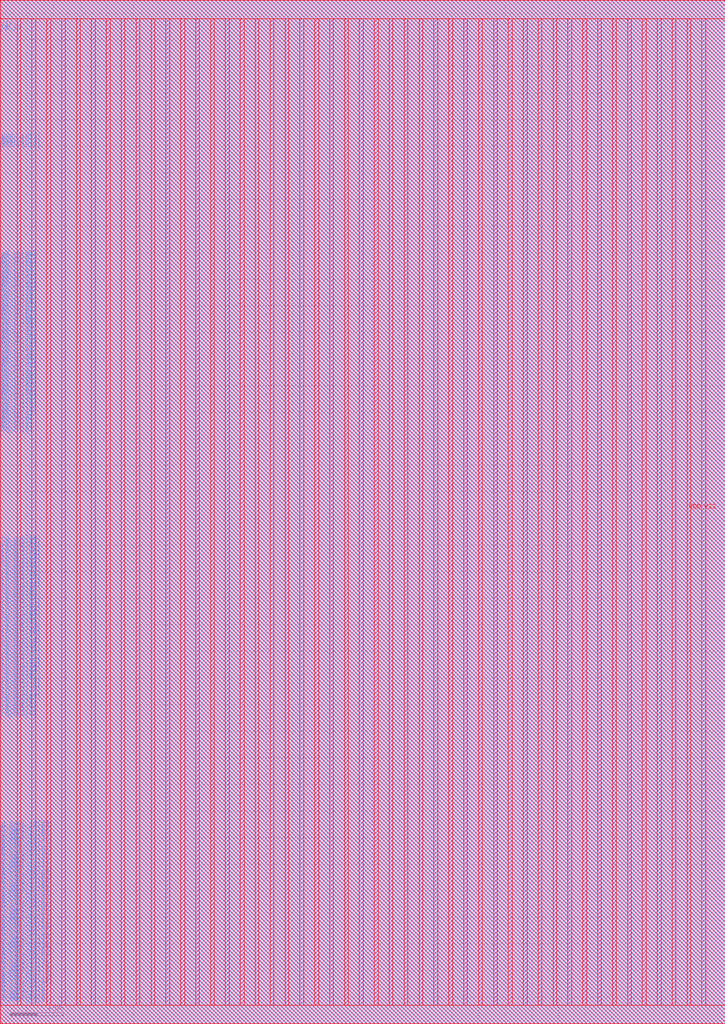
<source format=lef>
VERSION 5.7 ;
BUSBITCHARS "[]" ;
MACRO fakeram45_64x96
  FOREIGN fakeram45_64x96 0 0 ;
  SYMMETRY X Y R90 ;
  SIZE 54.530 BY 77.000 ;
  CLASS BLOCK ;
  PIN w_mask_in[0]
    DIRECTION INPUT ;
    USE SIGNAL ;
    SHAPE ABUTMENT ;
    PORT
      LAYER metal3 ;
      RECT 0.000 1.400 0.070 1.470 ;
    END
  END w_mask_in[0]
  PIN w_mask_in[1]
    DIRECTION INPUT ;
    USE SIGNAL ;
    SHAPE ABUTMENT ;
    PORT
      LAYER metal3 ;
      RECT 0.000 1.540 0.070 1.610 ;
    END
  END w_mask_in[1]
  PIN w_mask_in[2]
    DIRECTION INPUT ;
    USE SIGNAL ;
    SHAPE ABUTMENT ;
    PORT
      LAYER metal3 ;
      RECT 0.000 1.680 0.070 1.750 ;
    END
  END w_mask_in[2]
  PIN w_mask_in[3]
    DIRECTION INPUT ;
    USE SIGNAL ;
    SHAPE ABUTMENT ;
    PORT
      LAYER metal3 ;
      RECT 0.000 1.820 0.070 1.890 ;
    END
  END w_mask_in[3]
  PIN w_mask_in[4]
    DIRECTION INPUT ;
    USE SIGNAL ;
    SHAPE ABUTMENT ;
    PORT
      LAYER metal3 ;
      RECT 0.000 1.960 0.070 2.030 ;
    END
  END w_mask_in[4]
  PIN w_mask_in[5]
    DIRECTION INPUT ;
    USE SIGNAL ;
    SHAPE ABUTMENT ;
    PORT
      LAYER metal3 ;
      RECT 0.000 2.100 0.070 2.170 ;
    END
  END w_mask_in[5]
  PIN w_mask_in[6]
    DIRECTION INPUT ;
    USE SIGNAL ;
    SHAPE ABUTMENT ;
    PORT
      LAYER metal3 ;
      RECT 0.000 2.240 0.070 2.310 ;
    END
  END w_mask_in[6]
  PIN w_mask_in[7]
    DIRECTION INPUT ;
    USE SIGNAL ;
    SHAPE ABUTMENT ;
    PORT
      LAYER metal3 ;
      RECT 0.000 2.380 0.070 2.450 ;
    END
  END w_mask_in[7]
  PIN w_mask_in[8]
    DIRECTION INPUT ;
    USE SIGNAL ;
    SHAPE ABUTMENT ;
    PORT
      LAYER metal3 ;
      RECT 0.000 2.520 0.070 2.590 ;
    END
  END w_mask_in[8]
  PIN w_mask_in[9]
    DIRECTION INPUT ;
    USE SIGNAL ;
    SHAPE ABUTMENT ;
    PORT
      LAYER metal3 ;
      RECT 0.000 2.660 0.070 2.730 ;
    END
  END w_mask_in[9]
  PIN w_mask_in[10]
    DIRECTION INPUT ;
    USE SIGNAL ;
    SHAPE ABUTMENT ;
    PORT
      LAYER metal3 ;
      RECT 0.000 2.800 0.070 2.870 ;
    END
  END w_mask_in[10]
  PIN w_mask_in[11]
    DIRECTION INPUT ;
    USE SIGNAL ;
    SHAPE ABUTMENT ;
    PORT
      LAYER metal3 ;
      RECT 0.000 2.940 0.070 3.010 ;
    END
  END w_mask_in[11]
  PIN w_mask_in[12]
    DIRECTION INPUT ;
    USE SIGNAL ;
    SHAPE ABUTMENT ;
    PORT
      LAYER metal3 ;
      RECT 0.000 3.080 0.070 3.150 ;
    END
  END w_mask_in[12]
  PIN w_mask_in[13]
    DIRECTION INPUT ;
    USE SIGNAL ;
    SHAPE ABUTMENT ;
    PORT
      LAYER metal3 ;
      RECT 0.000 3.220 0.070 3.290 ;
    END
  END w_mask_in[13]
  PIN w_mask_in[14]
    DIRECTION INPUT ;
    USE SIGNAL ;
    SHAPE ABUTMENT ;
    PORT
      LAYER metal3 ;
      RECT 0.000 3.360 0.070 3.430 ;
    END
  END w_mask_in[14]
  PIN w_mask_in[15]
    DIRECTION INPUT ;
    USE SIGNAL ;
    SHAPE ABUTMENT ;
    PORT
      LAYER metal3 ;
      RECT 0.000 3.500 0.070 3.570 ;
    END
  END w_mask_in[15]
  PIN w_mask_in[16]
    DIRECTION INPUT ;
    USE SIGNAL ;
    SHAPE ABUTMENT ;
    PORT
      LAYER metal3 ;
      RECT 0.000 3.640 0.070 3.710 ;
    END
  END w_mask_in[16]
  PIN w_mask_in[17]
    DIRECTION INPUT ;
    USE SIGNAL ;
    SHAPE ABUTMENT ;
    PORT
      LAYER metal3 ;
      RECT 0.000 3.780 0.070 3.850 ;
    END
  END w_mask_in[17]
  PIN w_mask_in[18]
    DIRECTION INPUT ;
    USE SIGNAL ;
    SHAPE ABUTMENT ;
    PORT
      LAYER metal3 ;
      RECT 0.000 3.920 0.070 3.990 ;
    END
  END w_mask_in[18]
  PIN w_mask_in[19]
    DIRECTION INPUT ;
    USE SIGNAL ;
    SHAPE ABUTMENT ;
    PORT
      LAYER metal3 ;
      RECT 0.000 4.060 0.070 4.130 ;
    END
  END w_mask_in[19]
  PIN w_mask_in[20]
    DIRECTION INPUT ;
    USE SIGNAL ;
    SHAPE ABUTMENT ;
    PORT
      LAYER metal3 ;
      RECT 0.000 4.200 0.070 4.270 ;
    END
  END w_mask_in[20]
  PIN w_mask_in[21]
    DIRECTION INPUT ;
    USE SIGNAL ;
    SHAPE ABUTMENT ;
    PORT
      LAYER metal3 ;
      RECT 0.000 4.340 0.070 4.410 ;
    END
  END w_mask_in[21]
  PIN w_mask_in[22]
    DIRECTION INPUT ;
    USE SIGNAL ;
    SHAPE ABUTMENT ;
    PORT
      LAYER metal3 ;
      RECT 0.000 4.480 0.070 4.550 ;
    END
  END w_mask_in[22]
  PIN w_mask_in[23]
    DIRECTION INPUT ;
    USE SIGNAL ;
    SHAPE ABUTMENT ;
    PORT
      LAYER metal3 ;
      RECT 0.000 4.620 0.070 4.690 ;
    END
  END w_mask_in[23]
  PIN w_mask_in[24]
    DIRECTION INPUT ;
    USE SIGNAL ;
    SHAPE ABUTMENT ;
    PORT
      LAYER metal3 ;
      RECT 0.000 4.760 0.070 4.830 ;
    END
  END w_mask_in[24]
  PIN w_mask_in[25]
    DIRECTION INPUT ;
    USE SIGNAL ;
    SHAPE ABUTMENT ;
    PORT
      LAYER metal3 ;
      RECT 0.000 4.900 0.070 4.970 ;
    END
  END w_mask_in[25]
  PIN w_mask_in[26]
    DIRECTION INPUT ;
    USE SIGNAL ;
    SHAPE ABUTMENT ;
    PORT
      LAYER metal3 ;
      RECT 0.000 5.040 0.070 5.110 ;
    END
  END w_mask_in[26]
  PIN w_mask_in[27]
    DIRECTION INPUT ;
    USE SIGNAL ;
    SHAPE ABUTMENT ;
    PORT
      LAYER metal3 ;
      RECT 0.000 5.180 0.070 5.250 ;
    END
  END w_mask_in[27]
  PIN w_mask_in[28]
    DIRECTION INPUT ;
    USE SIGNAL ;
    SHAPE ABUTMENT ;
    PORT
      LAYER metal3 ;
      RECT 0.000 5.320 0.070 5.390 ;
    END
  END w_mask_in[28]
  PIN w_mask_in[29]
    DIRECTION INPUT ;
    USE SIGNAL ;
    SHAPE ABUTMENT ;
    PORT
      LAYER metal3 ;
      RECT 0.000 5.460 0.070 5.530 ;
    END
  END w_mask_in[29]
  PIN w_mask_in[30]
    DIRECTION INPUT ;
    USE SIGNAL ;
    SHAPE ABUTMENT ;
    PORT
      LAYER metal3 ;
      RECT 0.000 5.600 0.070 5.670 ;
    END
  END w_mask_in[30]
  PIN w_mask_in[31]
    DIRECTION INPUT ;
    USE SIGNAL ;
    SHAPE ABUTMENT ;
    PORT
      LAYER metal3 ;
      RECT 0.000 5.740 0.070 5.810 ;
    END
  END w_mask_in[31]
  PIN w_mask_in[32]
    DIRECTION INPUT ;
    USE SIGNAL ;
    SHAPE ABUTMENT ;
    PORT
      LAYER metal3 ;
      RECT 0.000 5.880 0.070 5.950 ;
    END
  END w_mask_in[32]
  PIN w_mask_in[33]
    DIRECTION INPUT ;
    USE SIGNAL ;
    SHAPE ABUTMENT ;
    PORT
      LAYER metal3 ;
      RECT 0.000 6.020 0.070 6.090 ;
    END
  END w_mask_in[33]
  PIN w_mask_in[34]
    DIRECTION INPUT ;
    USE SIGNAL ;
    SHAPE ABUTMENT ;
    PORT
      LAYER metal3 ;
      RECT 0.000 6.160 0.070 6.230 ;
    END
  END w_mask_in[34]
  PIN w_mask_in[35]
    DIRECTION INPUT ;
    USE SIGNAL ;
    SHAPE ABUTMENT ;
    PORT
      LAYER metal3 ;
      RECT 0.000 6.300 0.070 6.370 ;
    END
  END w_mask_in[35]
  PIN w_mask_in[36]
    DIRECTION INPUT ;
    USE SIGNAL ;
    SHAPE ABUTMENT ;
    PORT
      LAYER metal3 ;
      RECT 0.000 6.440 0.070 6.510 ;
    END
  END w_mask_in[36]
  PIN w_mask_in[37]
    DIRECTION INPUT ;
    USE SIGNAL ;
    SHAPE ABUTMENT ;
    PORT
      LAYER metal3 ;
      RECT 0.000 6.580 0.070 6.650 ;
    END
  END w_mask_in[37]
  PIN w_mask_in[38]
    DIRECTION INPUT ;
    USE SIGNAL ;
    SHAPE ABUTMENT ;
    PORT
      LAYER metal3 ;
      RECT 0.000 6.720 0.070 6.790 ;
    END
  END w_mask_in[38]
  PIN w_mask_in[39]
    DIRECTION INPUT ;
    USE SIGNAL ;
    SHAPE ABUTMENT ;
    PORT
      LAYER metal3 ;
      RECT 0.000 6.860 0.070 6.930 ;
    END
  END w_mask_in[39]
  PIN w_mask_in[40]
    DIRECTION INPUT ;
    USE SIGNAL ;
    SHAPE ABUTMENT ;
    PORT
      LAYER metal3 ;
      RECT 0.000 7.000 0.070 7.070 ;
    END
  END w_mask_in[40]
  PIN w_mask_in[41]
    DIRECTION INPUT ;
    USE SIGNAL ;
    SHAPE ABUTMENT ;
    PORT
      LAYER metal3 ;
      RECT 0.000 7.140 0.070 7.210 ;
    END
  END w_mask_in[41]
  PIN w_mask_in[42]
    DIRECTION INPUT ;
    USE SIGNAL ;
    SHAPE ABUTMENT ;
    PORT
      LAYER metal3 ;
      RECT 0.000 7.280 0.070 7.350 ;
    END
  END w_mask_in[42]
  PIN w_mask_in[43]
    DIRECTION INPUT ;
    USE SIGNAL ;
    SHAPE ABUTMENT ;
    PORT
      LAYER metal3 ;
      RECT 0.000 7.420 0.070 7.490 ;
    END
  END w_mask_in[43]
  PIN w_mask_in[44]
    DIRECTION INPUT ;
    USE SIGNAL ;
    SHAPE ABUTMENT ;
    PORT
      LAYER metal3 ;
      RECT 0.000 7.560 0.070 7.630 ;
    END
  END w_mask_in[44]
  PIN w_mask_in[45]
    DIRECTION INPUT ;
    USE SIGNAL ;
    SHAPE ABUTMENT ;
    PORT
      LAYER metal3 ;
      RECT 0.000 7.700 0.070 7.770 ;
    END
  END w_mask_in[45]
  PIN w_mask_in[46]
    DIRECTION INPUT ;
    USE SIGNAL ;
    SHAPE ABUTMENT ;
    PORT
      LAYER metal3 ;
      RECT 0.000 7.840 0.070 7.910 ;
    END
  END w_mask_in[46]
  PIN w_mask_in[47]
    DIRECTION INPUT ;
    USE SIGNAL ;
    SHAPE ABUTMENT ;
    PORT
      LAYER metal3 ;
      RECT 0.000 7.980 0.070 8.050 ;
    END
  END w_mask_in[47]
  PIN w_mask_in[48]
    DIRECTION INPUT ;
    USE SIGNAL ;
    SHAPE ABUTMENT ;
    PORT
      LAYER metal3 ;
      RECT 0.000 8.120 0.070 8.190 ;
    END
  END w_mask_in[48]
  PIN w_mask_in[49]
    DIRECTION INPUT ;
    USE SIGNAL ;
    SHAPE ABUTMENT ;
    PORT
      LAYER metal3 ;
      RECT 0.000 8.260 0.070 8.330 ;
    END
  END w_mask_in[49]
  PIN w_mask_in[50]
    DIRECTION INPUT ;
    USE SIGNAL ;
    SHAPE ABUTMENT ;
    PORT
      LAYER metal3 ;
      RECT 0.000 8.400 0.070 8.470 ;
    END
  END w_mask_in[50]
  PIN w_mask_in[51]
    DIRECTION INPUT ;
    USE SIGNAL ;
    SHAPE ABUTMENT ;
    PORT
      LAYER metal3 ;
      RECT 0.000 8.540 0.070 8.610 ;
    END
  END w_mask_in[51]
  PIN w_mask_in[52]
    DIRECTION INPUT ;
    USE SIGNAL ;
    SHAPE ABUTMENT ;
    PORT
      LAYER metal3 ;
      RECT 0.000 8.680 0.070 8.750 ;
    END
  END w_mask_in[52]
  PIN w_mask_in[53]
    DIRECTION INPUT ;
    USE SIGNAL ;
    SHAPE ABUTMENT ;
    PORT
      LAYER metal3 ;
      RECT 0.000 8.820 0.070 8.890 ;
    END
  END w_mask_in[53]
  PIN w_mask_in[54]
    DIRECTION INPUT ;
    USE SIGNAL ;
    SHAPE ABUTMENT ;
    PORT
      LAYER metal3 ;
      RECT 0.000 8.960 0.070 9.030 ;
    END
  END w_mask_in[54]
  PIN w_mask_in[55]
    DIRECTION INPUT ;
    USE SIGNAL ;
    SHAPE ABUTMENT ;
    PORT
      LAYER metal3 ;
      RECT 0.000 9.100 0.070 9.170 ;
    END
  END w_mask_in[55]
  PIN w_mask_in[56]
    DIRECTION INPUT ;
    USE SIGNAL ;
    SHAPE ABUTMENT ;
    PORT
      LAYER metal3 ;
      RECT 0.000 9.240 0.070 9.310 ;
    END
  END w_mask_in[56]
  PIN w_mask_in[57]
    DIRECTION INPUT ;
    USE SIGNAL ;
    SHAPE ABUTMENT ;
    PORT
      LAYER metal3 ;
      RECT 0.000 9.380 0.070 9.450 ;
    END
  END w_mask_in[57]
  PIN w_mask_in[58]
    DIRECTION INPUT ;
    USE SIGNAL ;
    SHAPE ABUTMENT ;
    PORT
      LAYER metal3 ;
      RECT 0.000 9.520 0.070 9.590 ;
    END
  END w_mask_in[58]
  PIN w_mask_in[59]
    DIRECTION INPUT ;
    USE SIGNAL ;
    SHAPE ABUTMENT ;
    PORT
      LAYER metal3 ;
      RECT 0.000 9.660 0.070 9.730 ;
    END
  END w_mask_in[59]
  PIN w_mask_in[60]
    DIRECTION INPUT ;
    USE SIGNAL ;
    SHAPE ABUTMENT ;
    PORT
      LAYER metal3 ;
      RECT 0.000 9.800 0.070 9.870 ;
    END
  END w_mask_in[60]
  PIN w_mask_in[61]
    DIRECTION INPUT ;
    USE SIGNAL ;
    SHAPE ABUTMENT ;
    PORT
      LAYER metal3 ;
      RECT 0.000 9.940 0.070 10.010 ;
    END
  END w_mask_in[61]
  PIN w_mask_in[62]
    DIRECTION INPUT ;
    USE SIGNAL ;
    SHAPE ABUTMENT ;
    PORT
      LAYER metal3 ;
      RECT 0.000 10.080 0.070 10.150 ;
    END
  END w_mask_in[62]
  PIN w_mask_in[63]
    DIRECTION INPUT ;
    USE SIGNAL ;
    SHAPE ABUTMENT ;
    PORT
      LAYER metal3 ;
      RECT 0.000 10.220 0.070 10.290 ;
    END
  END w_mask_in[63]
  PIN w_mask_in[64]
    DIRECTION INPUT ;
    USE SIGNAL ;
    SHAPE ABUTMENT ;
    PORT
      LAYER metal3 ;
      RECT 0.000 10.360 0.070 10.430 ;
    END
  END w_mask_in[64]
  PIN w_mask_in[65]
    DIRECTION INPUT ;
    USE SIGNAL ;
    SHAPE ABUTMENT ;
    PORT
      LAYER metal3 ;
      RECT 0.000 10.500 0.070 10.570 ;
    END
  END w_mask_in[65]
  PIN w_mask_in[66]
    DIRECTION INPUT ;
    USE SIGNAL ;
    SHAPE ABUTMENT ;
    PORT
      LAYER metal3 ;
      RECT 0.000 10.640 0.070 10.710 ;
    END
  END w_mask_in[66]
  PIN w_mask_in[67]
    DIRECTION INPUT ;
    USE SIGNAL ;
    SHAPE ABUTMENT ;
    PORT
      LAYER metal3 ;
      RECT 0.000 10.780 0.070 10.850 ;
    END
  END w_mask_in[67]
  PIN w_mask_in[68]
    DIRECTION INPUT ;
    USE SIGNAL ;
    SHAPE ABUTMENT ;
    PORT
      LAYER metal3 ;
      RECT 0.000 10.920 0.070 10.990 ;
    END
  END w_mask_in[68]
  PIN w_mask_in[69]
    DIRECTION INPUT ;
    USE SIGNAL ;
    SHAPE ABUTMENT ;
    PORT
      LAYER metal3 ;
      RECT 0.000 11.060 0.070 11.130 ;
    END
  END w_mask_in[69]
  PIN w_mask_in[70]
    DIRECTION INPUT ;
    USE SIGNAL ;
    SHAPE ABUTMENT ;
    PORT
      LAYER metal3 ;
      RECT 0.000 11.200 0.070 11.270 ;
    END
  END w_mask_in[70]
  PIN w_mask_in[71]
    DIRECTION INPUT ;
    USE SIGNAL ;
    SHAPE ABUTMENT ;
    PORT
      LAYER metal3 ;
      RECT 0.000 11.340 0.070 11.410 ;
    END
  END w_mask_in[71]
  PIN w_mask_in[72]
    DIRECTION INPUT ;
    USE SIGNAL ;
    SHAPE ABUTMENT ;
    PORT
      LAYER metal3 ;
      RECT 0.000 11.480 0.070 11.550 ;
    END
  END w_mask_in[72]
  PIN w_mask_in[73]
    DIRECTION INPUT ;
    USE SIGNAL ;
    SHAPE ABUTMENT ;
    PORT
      LAYER metal3 ;
      RECT 0.000 11.620 0.070 11.690 ;
    END
  END w_mask_in[73]
  PIN w_mask_in[74]
    DIRECTION INPUT ;
    USE SIGNAL ;
    SHAPE ABUTMENT ;
    PORT
      LAYER metal3 ;
      RECT 0.000 11.760 0.070 11.830 ;
    END
  END w_mask_in[74]
  PIN w_mask_in[75]
    DIRECTION INPUT ;
    USE SIGNAL ;
    SHAPE ABUTMENT ;
    PORT
      LAYER metal3 ;
      RECT 0.000 11.900 0.070 11.970 ;
    END
  END w_mask_in[75]
  PIN w_mask_in[76]
    DIRECTION INPUT ;
    USE SIGNAL ;
    SHAPE ABUTMENT ;
    PORT
      LAYER metal3 ;
      RECT 0.000 12.040 0.070 12.110 ;
    END
  END w_mask_in[76]
  PIN w_mask_in[77]
    DIRECTION INPUT ;
    USE SIGNAL ;
    SHAPE ABUTMENT ;
    PORT
      LAYER metal3 ;
      RECT 0.000 12.180 0.070 12.250 ;
    END
  END w_mask_in[77]
  PIN w_mask_in[78]
    DIRECTION INPUT ;
    USE SIGNAL ;
    SHAPE ABUTMENT ;
    PORT
      LAYER metal3 ;
      RECT 0.000 12.320 0.070 12.390 ;
    END
  END w_mask_in[78]
  PIN w_mask_in[79]
    DIRECTION INPUT ;
    USE SIGNAL ;
    SHAPE ABUTMENT ;
    PORT
      LAYER metal3 ;
      RECT 0.000 12.460 0.070 12.530 ;
    END
  END w_mask_in[79]
  PIN w_mask_in[80]
    DIRECTION INPUT ;
    USE SIGNAL ;
    SHAPE ABUTMENT ;
    PORT
      LAYER metal3 ;
      RECT 0.000 12.600 0.070 12.670 ;
    END
  END w_mask_in[80]
  PIN w_mask_in[81]
    DIRECTION INPUT ;
    USE SIGNAL ;
    SHAPE ABUTMENT ;
    PORT
      LAYER metal3 ;
      RECT 0.000 12.740 0.070 12.810 ;
    END
  END w_mask_in[81]
  PIN w_mask_in[82]
    DIRECTION INPUT ;
    USE SIGNAL ;
    SHAPE ABUTMENT ;
    PORT
      LAYER metal3 ;
      RECT 0.000 12.880 0.070 12.950 ;
    END
  END w_mask_in[82]
  PIN w_mask_in[83]
    DIRECTION INPUT ;
    USE SIGNAL ;
    SHAPE ABUTMENT ;
    PORT
      LAYER metal3 ;
      RECT 0.000 13.020 0.070 13.090 ;
    END
  END w_mask_in[83]
  PIN w_mask_in[84]
    DIRECTION INPUT ;
    USE SIGNAL ;
    SHAPE ABUTMENT ;
    PORT
      LAYER metal3 ;
      RECT 0.000 13.160 0.070 13.230 ;
    END
  END w_mask_in[84]
  PIN w_mask_in[85]
    DIRECTION INPUT ;
    USE SIGNAL ;
    SHAPE ABUTMENT ;
    PORT
      LAYER metal3 ;
      RECT 0.000 13.300 0.070 13.370 ;
    END
  END w_mask_in[85]
  PIN w_mask_in[86]
    DIRECTION INPUT ;
    USE SIGNAL ;
    SHAPE ABUTMENT ;
    PORT
      LAYER metal3 ;
      RECT 0.000 13.440 0.070 13.510 ;
    END
  END w_mask_in[86]
  PIN w_mask_in[87]
    DIRECTION INPUT ;
    USE SIGNAL ;
    SHAPE ABUTMENT ;
    PORT
      LAYER metal3 ;
      RECT 0.000 13.580 0.070 13.650 ;
    END
  END w_mask_in[87]
  PIN w_mask_in[88]
    DIRECTION INPUT ;
    USE SIGNAL ;
    SHAPE ABUTMENT ;
    PORT
      LAYER metal3 ;
      RECT 0.000 13.720 0.070 13.790 ;
    END
  END w_mask_in[88]
  PIN w_mask_in[89]
    DIRECTION INPUT ;
    USE SIGNAL ;
    SHAPE ABUTMENT ;
    PORT
      LAYER metal3 ;
      RECT 0.000 13.860 0.070 13.930 ;
    END
  END w_mask_in[89]
  PIN w_mask_in[90]
    DIRECTION INPUT ;
    USE SIGNAL ;
    SHAPE ABUTMENT ;
    PORT
      LAYER metal3 ;
      RECT 0.000 14.000 0.070 14.070 ;
    END
  END w_mask_in[90]
  PIN w_mask_in[91]
    DIRECTION INPUT ;
    USE SIGNAL ;
    SHAPE ABUTMENT ;
    PORT
      LAYER metal3 ;
      RECT 0.000 14.140 0.070 14.210 ;
    END
  END w_mask_in[91]
  PIN w_mask_in[92]
    DIRECTION INPUT ;
    USE SIGNAL ;
    SHAPE ABUTMENT ;
    PORT
      LAYER metal3 ;
      RECT 0.000 14.280 0.070 14.350 ;
    END
  END w_mask_in[92]
  PIN w_mask_in[93]
    DIRECTION INPUT ;
    USE SIGNAL ;
    SHAPE ABUTMENT ;
    PORT
      LAYER metal3 ;
      RECT 0.000 14.420 0.070 14.490 ;
    END
  END w_mask_in[93]
  PIN w_mask_in[94]
    DIRECTION INPUT ;
    USE SIGNAL ;
    SHAPE ABUTMENT ;
    PORT
      LAYER metal3 ;
      RECT 0.000 14.560 0.070 14.630 ;
    END
  END w_mask_in[94]
  PIN w_mask_in[95]
    DIRECTION INPUT ;
    USE SIGNAL ;
    SHAPE ABUTMENT ;
    PORT
      LAYER metal3 ;
      RECT 0.000 14.700 0.070 14.770 ;
    END
  END w_mask_in[95]
  PIN rd_out[0]
    DIRECTION OUTPUT ;
    USE SIGNAL ;
    SHAPE ABUTMENT ;
    PORT
      LAYER metal3 ;
      RECT 0.000 22.820 0.070 22.890 ;
    END
  END rd_out[0]
  PIN rd_out[1]
    DIRECTION OUTPUT ;
    USE SIGNAL ;
    SHAPE ABUTMENT ;
    PORT
      LAYER metal3 ;
      RECT 0.000 22.960 0.070 23.030 ;
    END
  END rd_out[1]
  PIN rd_out[2]
    DIRECTION OUTPUT ;
    USE SIGNAL ;
    SHAPE ABUTMENT ;
    PORT
      LAYER metal3 ;
      RECT 0.000 23.100 0.070 23.170 ;
    END
  END rd_out[2]
  PIN rd_out[3]
    DIRECTION OUTPUT ;
    USE SIGNAL ;
    SHAPE ABUTMENT ;
    PORT
      LAYER metal3 ;
      RECT 0.000 23.240 0.070 23.310 ;
    END
  END rd_out[3]
  PIN rd_out[4]
    DIRECTION OUTPUT ;
    USE SIGNAL ;
    SHAPE ABUTMENT ;
    PORT
      LAYER metal3 ;
      RECT 0.000 23.380 0.070 23.450 ;
    END
  END rd_out[4]
  PIN rd_out[5]
    DIRECTION OUTPUT ;
    USE SIGNAL ;
    SHAPE ABUTMENT ;
    PORT
      LAYER metal3 ;
      RECT 0.000 23.520 0.070 23.590 ;
    END
  END rd_out[5]
  PIN rd_out[6]
    DIRECTION OUTPUT ;
    USE SIGNAL ;
    SHAPE ABUTMENT ;
    PORT
      LAYER metal3 ;
      RECT 0.000 23.660 0.070 23.730 ;
    END
  END rd_out[6]
  PIN rd_out[7]
    DIRECTION OUTPUT ;
    USE SIGNAL ;
    SHAPE ABUTMENT ;
    PORT
      LAYER metal3 ;
      RECT 0.000 23.800 0.070 23.870 ;
    END
  END rd_out[7]
  PIN rd_out[8]
    DIRECTION OUTPUT ;
    USE SIGNAL ;
    SHAPE ABUTMENT ;
    PORT
      LAYER metal3 ;
      RECT 0.000 23.940 0.070 24.010 ;
    END
  END rd_out[8]
  PIN rd_out[9]
    DIRECTION OUTPUT ;
    USE SIGNAL ;
    SHAPE ABUTMENT ;
    PORT
      LAYER metal3 ;
      RECT 0.000 24.080 0.070 24.150 ;
    END
  END rd_out[9]
  PIN rd_out[10]
    DIRECTION OUTPUT ;
    USE SIGNAL ;
    SHAPE ABUTMENT ;
    PORT
      LAYER metal3 ;
      RECT 0.000 24.220 0.070 24.290 ;
    END
  END rd_out[10]
  PIN rd_out[11]
    DIRECTION OUTPUT ;
    USE SIGNAL ;
    SHAPE ABUTMENT ;
    PORT
      LAYER metal3 ;
      RECT 0.000 24.360 0.070 24.430 ;
    END
  END rd_out[11]
  PIN rd_out[12]
    DIRECTION OUTPUT ;
    USE SIGNAL ;
    SHAPE ABUTMENT ;
    PORT
      LAYER metal3 ;
      RECT 0.000 24.500 0.070 24.570 ;
    END
  END rd_out[12]
  PIN rd_out[13]
    DIRECTION OUTPUT ;
    USE SIGNAL ;
    SHAPE ABUTMENT ;
    PORT
      LAYER metal3 ;
      RECT 0.000 24.640 0.070 24.710 ;
    END
  END rd_out[13]
  PIN rd_out[14]
    DIRECTION OUTPUT ;
    USE SIGNAL ;
    SHAPE ABUTMENT ;
    PORT
      LAYER metal3 ;
      RECT 0.000 24.780 0.070 24.850 ;
    END
  END rd_out[14]
  PIN rd_out[15]
    DIRECTION OUTPUT ;
    USE SIGNAL ;
    SHAPE ABUTMENT ;
    PORT
      LAYER metal3 ;
      RECT 0.000 24.920 0.070 24.990 ;
    END
  END rd_out[15]
  PIN rd_out[16]
    DIRECTION OUTPUT ;
    USE SIGNAL ;
    SHAPE ABUTMENT ;
    PORT
      LAYER metal3 ;
      RECT 0.000 25.060 0.070 25.130 ;
    END
  END rd_out[16]
  PIN rd_out[17]
    DIRECTION OUTPUT ;
    USE SIGNAL ;
    SHAPE ABUTMENT ;
    PORT
      LAYER metal3 ;
      RECT 0.000 25.200 0.070 25.270 ;
    END
  END rd_out[17]
  PIN rd_out[18]
    DIRECTION OUTPUT ;
    USE SIGNAL ;
    SHAPE ABUTMENT ;
    PORT
      LAYER metal3 ;
      RECT 0.000 25.340 0.070 25.410 ;
    END
  END rd_out[18]
  PIN rd_out[19]
    DIRECTION OUTPUT ;
    USE SIGNAL ;
    SHAPE ABUTMENT ;
    PORT
      LAYER metal3 ;
      RECT 0.000 25.480 0.070 25.550 ;
    END
  END rd_out[19]
  PIN rd_out[20]
    DIRECTION OUTPUT ;
    USE SIGNAL ;
    SHAPE ABUTMENT ;
    PORT
      LAYER metal3 ;
      RECT 0.000 25.620 0.070 25.690 ;
    END
  END rd_out[20]
  PIN rd_out[21]
    DIRECTION OUTPUT ;
    USE SIGNAL ;
    SHAPE ABUTMENT ;
    PORT
      LAYER metal3 ;
      RECT 0.000 25.760 0.070 25.830 ;
    END
  END rd_out[21]
  PIN rd_out[22]
    DIRECTION OUTPUT ;
    USE SIGNAL ;
    SHAPE ABUTMENT ;
    PORT
      LAYER metal3 ;
      RECT 0.000 25.900 0.070 25.970 ;
    END
  END rd_out[22]
  PIN rd_out[23]
    DIRECTION OUTPUT ;
    USE SIGNAL ;
    SHAPE ABUTMENT ;
    PORT
      LAYER metal3 ;
      RECT 0.000 26.040 0.070 26.110 ;
    END
  END rd_out[23]
  PIN rd_out[24]
    DIRECTION OUTPUT ;
    USE SIGNAL ;
    SHAPE ABUTMENT ;
    PORT
      LAYER metal3 ;
      RECT 0.000 26.180 0.070 26.250 ;
    END
  END rd_out[24]
  PIN rd_out[25]
    DIRECTION OUTPUT ;
    USE SIGNAL ;
    SHAPE ABUTMENT ;
    PORT
      LAYER metal3 ;
      RECT 0.000 26.320 0.070 26.390 ;
    END
  END rd_out[25]
  PIN rd_out[26]
    DIRECTION OUTPUT ;
    USE SIGNAL ;
    SHAPE ABUTMENT ;
    PORT
      LAYER metal3 ;
      RECT 0.000 26.460 0.070 26.530 ;
    END
  END rd_out[26]
  PIN rd_out[27]
    DIRECTION OUTPUT ;
    USE SIGNAL ;
    SHAPE ABUTMENT ;
    PORT
      LAYER metal3 ;
      RECT 0.000 26.600 0.070 26.670 ;
    END
  END rd_out[27]
  PIN rd_out[28]
    DIRECTION OUTPUT ;
    USE SIGNAL ;
    SHAPE ABUTMENT ;
    PORT
      LAYER metal3 ;
      RECT 0.000 26.740 0.070 26.810 ;
    END
  END rd_out[28]
  PIN rd_out[29]
    DIRECTION OUTPUT ;
    USE SIGNAL ;
    SHAPE ABUTMENT ;
    PORT
      LAYER metal3 ;
      RECT 0.000 26.880 0.070 26.950 ;
    END
  END rd_out[29]
  PIN rd_out[30]
    DIRECTION OUTPUT ;
    USE SIGNAL ;
    SHAPE ABUTMENT ;
    PORT
      LAYER metal3 ;
      RECT 0.000 27.020 0.070 27.090 ;
    END
  END rd_out[30]
  PIN rd_out[31]
    DIRECTION OUTPUT ;
    USE SIGNAL ;
    SHAPE ABUTMENT ;
    PORT
      LAYER metal3 ;
      RECT 0.000 27.160 0.070 27.230 ;
    END
  END rd_out[31]
  PIN rd_out[32]
    DIRECTION OUTPUT ;
    USE SIGNAL ;
    SHAPE ABUTMENT ;
    PORT
      LAYER metal3 ;
      RECT 0.000 27.300 0.070 27.370 ;
    END
  END rd_out[32]
  PIN rd_out[33]
    DIRECTION OUTPUT ;
    USE SIGNAL ;
    SHAPE ABUTMENT ;
    PORT
      LAYER metal3 ;
      RECT 0.000 27.440 0.070 27.510 ;
    END
  END rd_out[33]
  PIN rd_out[34]
    DIRECTION OUTPUT ;
    USE SIGNAL ;
    SHAPE ABUTMENT ;
    PORT
      LAYER metal3 ;
      RECT 0.000 27.580 0.070 27.650 ;
    END
  END rd_out[34]
  PIN rd_out[35]
    DIRECTION OUTPUT ;
    USE SIGNAL ;
    SHAPE ABUTMENT ;
    PORT
      LAYER metal3 ;
      RECT 0.000 27.720 0.070 27.790 ;
    END
  END rd_out[35]
  PIN rd_out[36]
    DIRECTION OUTPUT ;
    USE SIGNAL ;
    SHAPE ABUTMENT ;
    PORT
      LAYER metal3 ;
      RECT 0.000 27.860 0.070 27.930 ;
    END
  END rd_out[36]
  PIN rd_out[37]
    DIRECTION OUTPUT ;
    USE SIGNAL ;
    SHAPE ABUTMENT ;
    PORT
      LAYER metal3 ;
      RECT 0.000 28.000 0.070 28.070 ;
    END
  END rd_out[37]
  PIN rd_out[38]
    DIRECTION OUTPUT ;
    USE SIGNAL ;
    SHAPE ABUTMENT ;
    PORT
      LAYER metal3 ;
      RECT 0.000 28.140 0.070 28.210 ;
    END
  END rd_out[38]
  PIN rd_out[39]
    DIRECTION OUTPUT ;
    USE SIGNAL ;
    SHAPE ABUTMENT ;
    PORT
      LAYER metal3 ;
      RECT 0.000 28.280 0.070 28.350 ;
    END
  END rd_out[39]
  PIN rd_out[40]
    DIRECTION OUTPUT ;
    USE SIGNAL ;
    SHAPE ABUTMENT ;
    PORT
      LAYER metal3 ;
      RECT 0.000 28.420 0.070 28.490 ;
    END
  END rd_out[40]
  PIN rd_out[41]
    DIRECTION OUTPUT ;
    USE SIGNAL ;
    SHAPE ABUTMENT ;
    PORT
      LAYER metal3 ;
      RECT 0.000 28.560 0.070 28.630 ;
    END
  END rd_out[41]
  PIN rd_out[42]
    DIRECTION OUTPUT ;
    USE SIGNAL ;
    SHAPE ABUTMENT ;
    PORT
      LAYER metal3 ;
      RECT 0.000 28.700 0.070 28.770 ;
    END
  END rd_out[42]
  PIN rd_out[43]
    DIRECTION OUTPUT ;
    USE SIGNAL ;
    SHAPE ABUTMENT ;
    PORT
      LAYER metal3 ;
      RECT 0.000 28.840 0.070 28.910 ;
    END
  END rd_out[43]
  PIN rd_out[44]
    DIRECTION OUTPUT ;
    USE SIGNAL ;
    SHAPE ABUTMENT ;
    PORT
      LAYER metal3 ;
      RECT 0.000 28.980 0.070 29.050 ;
    END
  END rd_out[44]
  PIN rd_out[45]
    DIRECTION OUTPUT ;
    USE SIGNAL ;
    SHAPE ABUTMENT ;
    PORT
      LAYER metal3 ;
      RECT 0.000 29.120 0.070 29.190 ;
    END
  END rd_out[45]
  PIN rd_out[46]
    DIRECTION OUTPUT ;
    USE SIGNAL ;
    SHAPE ABUTMENT ;
    PORT
      LAYER metal3 ;
      RECT 0.000 29.260 0.070 29.330 ;
    END
  END rd_out[46]
  PIN rd_out[47]
    DIRECTION OUTPUT ;
    USE SIGNAL ;
    SHAPE ABUTMENT ;
    PORT
      LAYER metal3 ;
      RECT 0.000 29.400 0.070 29.470 ;
    END
  END rd_out[47]
  PIN rd_out[48]
    DIRECTION OUTPUT ;
    USE SIGNAL ;
    SHAPE ABUTMENT ;
    PORT
      LAYER metal3 ;
      RECT 0.000 29.540 0.070 29.610 ;
    END
  END rd_out[48]
  PIN rd_out[49]
    DIRECTION OUTPUT ;
    USE SIGNAL ;
    SHAPE ABUTMENT ;
    PORT
      LAYER metal3 ;
      RECT 0.000 29.680 0.070 29.750 ;
    END
  END rd_out[49]
  PIN rd_out[50]
    DIRECTION OUTPUT ;
    USE SIGNAL ;
    SHAPE ABUTMENT ;
    PORT
      LAYER metal3 ;
      RECT 0.000 29.820 0.070 29.890 ;
    END
  END rd_out[50]
  PIN rd_out[51]
    DIRECTION OUTPUT ;
    USE SIGNAL ;
    SHAPE ABUTMENT ;
    PORT
      LAYER metal3 ;
      RECT 0.000 29.960 0.070 30.030 ;
    END
  END rd_out[51]
  PIN rd_out[52]
    DIRECTION OUTPUT ;
    USE SIGNAL ;
    SHAPE ABUTMENT ;
    PORT
      LAYER metal3 ;
      RECT 0.000 30.100 0.070 30.170 ;
    END
  END rd_out[52]
  PIN rd_out[53]
    DIRECTION OUTPUT ;
    USE SIGNAL ;
    SHAPE ABUTMENT ;
    PORT
      LAYER metal3 ;
      RECT 0.000 30.240 0.070 30.310 ;
    END
  END rd_out[53]
  PIN rd_out[54]
    DIRECTION OUTPUT ;
    USE SIGNAL ;
    SHAPE ABUTMENT ;
    PORT
      LAYER metal3 ;
      RECT 0.000 30.380 0.070 30.450 ;
    END
  END rd_out[54]
  PIN rd_out[55]
    DIRECTION OUTPUT ;
    USE SIGNAL ;
    SHAPE ABUTMENT ;
    PORT
      LAYER metal3 ;
      RECT 0.000 30.520 0.070 30.590 ;
    END
  END rd_out[55]
  PIN rd_out[56]
    DIRECTION OUTPUT ;
    USE SIGNAL ;
    SHAPE ABUTMENT ;
    PORT
      LAYER metal3 ;
      RECT 0.000 30.660 0.070 30.730 ;
    END
  END rd_out[56]
  PIN rd_out[57]
    DIRECTION OUTPUT ;
    USE SIGNAL ;
    SHAPE ABUTMENT ;
    PORT
      LAYER metal3 ;
      RECT 0.000 30.800 0.070 30.870 ;
    END
  END rd_out[57]
  PIN rd_out[58]
    DIRECTION OUTPUT ;
    USE SIGNAL ;
    SHAPE ABUTMENT ;
    PORT
      LAYER metal3 ;
      RECT 0.000 30.940 0.070 31.010 ;
    END
  END rd_out[58]
  PIN rd_out[59]
    DIRECTION OUTPUT ;
    USE SIGNAL ;
    SHAPE ABUTMENT ;
    PORT
      LAYER metal3 ;
      RECT 0.000 31.080 0.070 31.150 ;
    END
  END rd_out[59]
  PIN rd_out[60]
    DIRECTION OUTPUT ;
    USE SIGNAL ;
    SHAPE ABUTMENT ;
    PORT
      LAYER metal3 ;
      RECT 0.000 31.220 0.070 31.290 ;
    END
  END rd_out[60]
  PIN rd_out[61]
    DIRECTION OUTPUT ;
    USE SIGNAL ;
    SHAPE ABUTMENT ;
    PORT
      LAYER metal3 ;
      RECT 0.000 31.360 0.070 31.430 ;
    END
  END rd_out[61]
  PIN rd_out[62]
    DIRECTION OUTPUT ;
    USE SIGNAL ;
    SHAPE ABUTMENT ;
    PORT
      LAYER metal3 ;
      RECT 0.000 31.500 0.070 31.570 ;
    END
  END rd_out[62]
  PIN rd_out[63]
    DIRECTION OUTPUT ;
    USE SIGNAL ;
    SHAPE ABUTMENT ;
    PORT
      LAYER metal3 ;
      RECT 0.000 31.640 0.070 31.710 ;
    END
  END rd_out[63]
  PIN rd_out[64]
    DIRECTION OUTPUT ;
    USE SIGNAL ;
    SHAPE ABUTMENT ;
    PORT
      LAYER metal3 ;
      RECT 0.000 31.780 0.070 31.850 ;
    END
  END rd_out[64]
  PIN rd_out[65]
    DIRECTION OUTPUT ;
    USE SIGNAL ;
    SHAPE ABUTMENT ;
    PORT
      LAYER metal3 ;
      RECT 0.000 31.920 0.070 31.990 ;
    END
  END rd_out[65]
  PIN rd_out[66]
    DIRECTION OUTPUT ;
    USE SIGNAL ;
    SHAPE ABUTMENT ;
    PORT
      LAYER metal3 ;
      RECT 0.000 32.060 0.070 32.130 ;
    END
  END rd_out[66]
  PIN rd_out[67]
    DIRECTION OUTPUT ;
    USE SIGNAL ;
    SHAPE ABUTMENT ;
    PORT
      LAYER metal3 ;
      RECT 0.000 32.200 0.070 32.270 ;
    END
  END rd_out[67]
  PIN rd_out[68]
    DIRECTION OUTPUT ;
    USE SIGNAL ;
    SHAPE ABUTMENT ;
    PORT
      LAYER metal3 ;
      RECT 0.000 32.340 0.070 32.410 ;
    END
  END rd_out[68]
  PIN rd_out[69]
    DIRECTION OUTPUT ;
    USE SIGNAL ;
    SHAPE ABUTMENT ;
    PORT
      LAYER metal3 ;
      RECT 0.000 32.480 0.070 32.550 ;
    END
  END rd_out[69]
  PIN rd_out[70]
    DIRECTION OUTPUT ;
    USE SIGNAL ;
    SHAPE ABUTMENT ;
    PORT
      LAYER metal3 ;
      RECT 0.000 32.620 0.070 32.690 ;
    END
  END rd_out[70]
  PIN rd_out[71]
    DIRECTION OUTPUT ;
    USE SIGNAL ;
    SHAPE ABUTMENT ;
    PORT
      LAYER metal3 ;
      RECT 0.000 32.760 0.070 32.830 ;
    END
  END rd_out[71]
  PIN rd_out[72]
    DIRECTION OUTPUT ;
    USE SIGNAL ;
    SHAPE ABUTMENT ;
    PORT
      LAYER metal3 ;
      RECT 0.000 32.900 0.070 32.970 ;
    END
  END rd_out[72]
  PIN rd_out[73]
    DIRECTION OUTPUT ;
    USE SIGNAL ;
    SHAPE ABUTMENT ;
    PORT
      LAYER metal3 ;
      RECT 0.000 33.040 0.070 33.110 ;
    END
  END rd_out[73]
  PIN rd_out[74]
    DIRECTION OUTPUT ;
    USE SIGNAL ;
    SHAPE ABUTMENT ;
    PORT
      LAYER metal3 ;
      RECT 0.000 33.180 0.070 33.250 ;
    END
  END rd_out[74]
  PIN rd_out[75]
    DIRECTION OUTPUT ;
    USE SIGNAL ;
    SHAPE ABUTMENT ;
    PORT
      LAYER metal3 ;
      RECT 0.000 33.320 0.070 33.390 ;
    END
  END rd_out[75]
  PIN rd_out[76]
    DIRECTION OUTPUT ;
    USE SIGNAL ;
    SHAPE ABUTMENT ;
    PORT
      LAYER metal3 ;
      RECT 0.000 33.460 0.070 33.530 ;
    END
  END rd_out[76]
  PIN rd_out[77]
    DIRECTION OUTPUT ;
    USE SIGNAL ;
    SHAPE ABUTMENT ;
    PORT
      LAYER metal3 ;
      RECT 0.000 33.600 0.070 33.670 ;
    END
  END rd_out[77]
  PIN rd_out[78]
    DIRECTION OUTPUT ;
    USE SIGNAL ;
    SHAPE ABUTMENT ;
    PORT
      LAYER metal3 ;
      RECT 0.000 33.740 0.070 33.810 ;
    END
  END rd_out[78]
  PIN rd_out[79]
    DIRECTION OUTPUT ;
    USE SIGNAL ;
    SHAPE ABUTMENT ;
    PORT
      LAYER metal3 ;
      RECT 0.000 33.880 0.070 33.950 ;
    END
  END rd_out[79]
  PIN rd_out[80]
    DIRECTION OUTPUT ;
    USE SIGNAL ;
    SHAPE ABUTMENT ;
    PORT
      LAYER metal3 ;
      RECT 0.000 34.020 0.070 34.090 ;
    END
  END rd_out[80]
  PIN rd_out[81]
    DIRECTION OUTPUT ;
    USE SIGNAL ;
    SHAPE ABUTMENT ;
    PORT
      LAYER metal3 ;
      RECT 0.000 34.160 0.070 34.230 ;
    END
  END rd_out[81]
  PIN rd_out[82]
    DIRECTION OUTPUT ;
    USE SIGNAL ;
    SHAPE ABUTMENT ;
    PORT
      LAYER metal3 ;
      RECT 0.000 34.300 0.070 34.370 ;
    END
  END rd_out[82]
  PIN rd_out[83]
    DIRECTION OUTPUT ;
    USE SIGNAL ;
    SHAPE ABUTMENT ;
    PORT
      LAYER metal3 ;
      RECT 0.000 34.440 0.070 34.510 ;
    END
  END rd_out[83]
  PIN rd_out[84]
    DIRECTION OUTPUT ;
    USE SIGNAL ;
    SHAPE ABUTMENT ;
    PORT
      LAYER metal3 ;
      RECT 0.000 34.580 0.070 34.650 ;
    END
  END rd_out[84]
  PIN rd_out[85]
    DIRECTION OUTPUT ;
    USE SIGNAL ;
    SHAPE ABUTMENT ;
    PORT
      LAYER metal3 ;
      RECT 0.000 34.720 0.070 34.790 ;
    END
  END rd_out[85]
  PIN rd_out[86]
    DIRECTION OUTPUT ;
    USE SIGNAL ;
    SHAPE ABUTMENT ;
    PORT
      LAYER metal3 ;
      RECT 0.000 34.860 0.070 34.930 ;
    END
  END rd_out[86]
  PIN rd_out[87]
    DIRECTION OUTPUT ;
    USE SIGNAL ;
    SHAPE ABUTMENT ;
    PORT
      LAYER metal3 ;
      RECT 0.000 35.000 0.070 35.070 ;
    END
  END rd_out[87]
  PIN rd_out[88]
    DIRECTION OUTPUT ;
    USE SIGNAL ;
    SHAPE ABUTMENT ;
    PORT
      LAYER metal3 ;
      RECT 0.000 35.140 0.070 35.210 ;
    END
  END rd_out[88]
  PIN rd_out[89]
    DIRECTION OUTPUT ;
    USE SIGNAL ;
    SHAPE ABUTMENT ;
    PORT
      LAYER metal3 ;
      RECT 0.000 35.280 0.070 35.350 ;
    END
  END rd_out[89]
  PIN rd_out[90]
    DIRECTION OUTPUT ;
    USE SIGNAL ;
    SHAPE ABUTMENT ;
    PORT
      LAYER metal3 ;
      RECT 0.000 35.420 0.070 35.490 ;
    END
  END rd_out[90]
  PIN rd_out[91]
    DIRECTION OUTPUT ;
    USE SIGNAL ;
    SHAPE ABUTMENT ;
    PORT
      LAYER metal3 ;
      RECT 0.000 35.560 0.070 35.630 ;
    END
  END rd_out[91]
  PIN rd_out[92]
    DIRECTION OUTPUT ;
    USE SIGNAL ;
    SHAPE ABUTMENT ;
    PORT
      LAYER metal3 ;
      RECT 0.000 35.700 0.070 35.770 ;
    END
  END rd_out[92]
  PIN rd_out[93]
    DIRECTION OUTPUT ;
    USE SIGNAL ;
    SHAPE ABUTMENT ;
    PORT
      LAYER metal3 ;
      RECT 0.000 35.840 0.070 35.910 ;
    END
  END rd_out[93]
  PIN rd_out[94]
    DIRECTION OUTPUT ;
    USE SIGNAL ;
    SHAPE ABUTMENT ;
    PORT
      LAYER metal3 ;
      RECT 0.000 35.980 0.070 36.050 ;
    END
  END rd_out[94]
  PIN rd_out[95]
    DIRECTION OUTPUT ;
    USE SIGNAL ;
    SHAPE ABUTMENT ;
    PORT
      LAYER metal3 ;
      RECT 0.000 36.120 0.070 36.190 ;
    END
  END rd_out[95]
  PIN wd_in[0]
    DIRECTION INPUT ;
    USE SIGNAL ;
    SHAPE ABUTMENT ;
    PORT
      LAYER metal3 ;
      RECT 0.000 44.240 0.070 44.310 ;
    END
  END wd_in[0]
  PIN wd_in[1]
    DIRECTION INPUT ;
    USE SIGNAL ;
    SHAPE ABUTMENT ;
    PORT
      LAYER metal3 ;
      RECT 0.000 44.380 0.070 44.450 ;
    END
  END wd_in[1]
  PIN wd_in[2]
    DIRECTION INPUT ;
    USE SIGNAL ;
    SHAPE ABUTMENT ;
    PORT
      LAYER metal3 ;
      RECT 0.000 44.520 0.070 44.590 ;
    END
  END wd_in[2]
  PIN wd_in[3]
    DIRECTION INPUT ;
    USE SIGNAL ;
    SHAPE ABUTMENT ;
    PORT
      LAYER metal3 ;
      RECT 0.000 44.660 0.070 44.730 ;
    END
  END wd_in[3]
  PIN wd_in[4]
    DIRECTION INPUT ;
    USE SIGNAL ;
    SHAPE ABUTMENT ;
    PORT
      LAYER metal3 ;
      RECT 0.000 44.800 0.070 44.870 ;
    END
  END wd_in[4]
  PIN wd_in[5]
    DIRECTION INPUT ;
    USE SIGNAL ;
    SHAPE ABUTMENT ;
    PORT
      LAYER metal3 ;
      RECT 0.000 44.940 0.070 45.010 ;
    END
  END wd_in[5]
  PIN wd_in[6]
    DIRECTION INPUT ;
    USE SIGNAL ;
    SHAPE ABUTMENT ;
    PORT
      LAYER metal3 ;
      RECT 0.000 45.080 0.070 45.150 ;
    END
  END wd_in[6]
  PIN wd_in[7]
    DIRECTION INPUT ;
    USE SIGNAL ;
    SHAPE ABUTMENT ;
    PORT
      LAYER metal3 ;
      RECT 0.000 45.220 0.070 45.290 ;
    END
  END wd_in[7]
  PIN wd_in[8]
    DIRECTION INPUT ;
    USE SIGNAL ;
    SHAPE ABUTMENT ;
    PORT
      LAYER metal3 ;
      RECT 0.000 45.360 0.070 45.430 ;
    END
  END wd_in[8]
  PIN wd_in[9]
    DIRECTION INPUT ;
    USE SIGNAL ;
    SHAPE ABUTMENT ;
    PORT
      LAYER metal3 ;
      RECT 0.000 45.500 0.070 45.570 ;
    END
  END wd_in[9]
  PIN wd_in[10]
    DIRECTION INPUT ;
    USE SIGNAL ;
    SHAPE ABUTMENT ;
    PORT
      LAYER metal3 ;
      RECT 0.000 45.640 0.070 45.710 ;
    END
  END wd_in[10]
  PIN wd_in[11]
    DIRECTION INPUT ;
    USE SIGNAL ;
    SHAPE ABUTMENT ;
    PORT
      LAYER metal3 ;
      RECT 0.000 45.780 0.070 45.850 ;
    END
  END wd_in[11]
  PIN wd_in[12]
    DIRECTION INPUT ;
    USE SIGNAL ;
    SHAPE ABUTMENT ;
    PORT
      LAYER metal3 ;
      RECT 0.000 45.920 0.070 45.990 ;
    END
  END wd_in[12]
  PIN wd_in[13]
    DIRECTION INPUT ;
    USE SIGNAL ;
    SHAPE ABUTMENT ;
    PORT
      LAYER metal3 ;
      RECT 0.000 46.060 0.070 46.130 ;
    END
  END wd_in[13]
  PIN wd_in[14]
    DIRECTION INPUT ;
    USE SIGNAL ;
    SHAPE ABUTMENT ;
    PORT
      LAYER metal3 ;
      RECT 0.000 46.200 0.070 46.270 ;
    END
  END wd_in[14]
  PIN wd_in[15]
    DIRECTION INPUT ;
    USE SIGNAL ;
    SHAPE ABUTMENT ;
    PORT
      LAYER metal3 ;
      RECT 0.000 46.340 0.070 46.410 ;
    END
  END wd_in[15]
  PIN wd_in[16]
    DIRECTION INPUT ;
    USE SIGNAL ;
    SHAPE ABUTMENT ;
    PORT
      LAYER metal3 ;
      RECT 0.000 46.480 0.070 46.550 ;
    END
  END wd_in[16]
  PIN wd_in[17]
    DIRECTION INPUT ;
    USE SIGNAL ;
    SHAPE ABUTMENT ;
    PORT
      LAYER metal3 ;
      RECT 0.000 46.620 0.070 46.690 ;
    END
  END wd_in[17]
  PIN wd_in[18]
    DIRECTION INPUT ;
    USE SIGNAL ;
    SHAPE ABUTMENT ;
    PORT
      LAYER metal3 ;
      RECT 0.000 46.760 0.070 46.830 ;
    END
  END wd_in[18]
  PIN wd_in[19]
    DIRECTION INPUT ;
    USE SIGNAL ;
    SHAPE ABUTMENT ;
    PORT
      LAYER metal3 ;
      RECT 0.000 46.900 0.070 46.970 ;
    END
  END wd_in[19]
  PIN wd_in[20]
    DIRECTION INPUT ;
    USE SIGNAL ;
    SHAPE ABUTMENT ;
    PORT
      LAYER metal3 ;
      RECT 0.000 47.040 0.070 47.110 ;
    END
  END wd_in[20]
  PIN wd_in[21]
    DIRECTION INPUT ;
    USE SIGNAL ;
    SHAPE ABUTMENT ;
    PORT
      LAYER metal3 ;
      RECT 0.000 47.180 0.070 47.250 ;
    END
  END wd_in[21]
  PIN wd_in[22]
    DIRECTION INPUT ;
    USE SIGNAL ;
    SHAPE ABUTMENT ;
    PORT
      LAYER metal3 ;
      RECT 0.000 47.320 0.070 47.390 ;
    END
  END wd_in[22]
  PIN wd_in[23]
    DIRECTION INPUT ;
    USE SIGNAL ;
    SHAPE ABUTMENT ;
    PORT
      LAYER metal3 ;
      RECT 0.000 47.460 0.070 47.530 ;
    END
  END wd_in[23]
  PIN wd_in[24]
    DIRECTION INPUT ;
    USE SIGNAL ;
    SHAPE ABUTMENT ;
    PORT
      LAYER metal3 ;
      RECT 0.000 47.600 0.070 47.670 ;
    END
  END wd_in[24]
  PIN wd_in[25]
    DIRECTION INPUT ;
    USE SIGNAL ;
    SHAPE ABUTMENT ;
    PORT
      LAYER metal3 ;
      RECT 0.000 47.740 0.070 47.810 ;
    END
  END wd_in[25]
  PIN wd_in[26]
    DIRECTION INPUT ;
    USE SIGNAL ;
    SHAPE ABUTMENT ;
    PORT
      LAYER metal3 ;
      RECT 0.000 47.880 0.070 47.950 ;
    END
  END wd_in[26]
  PIN wd_in[27]
    DIRECTION INPUT ;
    USE SIGNAL ;
    SHAPE ABUTMENT ;
    PORT
      LAYER metal3 ;
      RECT 0.000 48.020 0.070 48.090 ;
    END
  END wd_in[27]
  PIN wd_in[28]
    DIRECTION INPUT ;
    USE SIGNAL ;
    SHAPE ABUTMENT ;
    PORT
      LAYER metal3 ;
      RECT 0.000 48.160 0.070 48.230 ;
    END
  END wd_in[28]
  PIN wd_in[29]
    DIRECTION INPUT ;
    USE SIGNAL ;
    SHAPE ABUTMENT ;
    PORT
      LAYER metal3 ;
      RECT 0.000 48.300 0.070 48.370 ;
    END
  END wd_in[29]
  PIN wd_in[30]
    DIRECTION INPUT ;
    USE SIGNAL ;
    SHAPE ABUTMENT ;
    PORT
      LAYER metal3 ;
      RECT 0.000 48.440 0.070 48.510 ;
    END
  END wd_in[30]
  PIN wd_in[31]
    DIRECTION INPUT ;
    USE SIGNAL ;
    SHAPE ABUTMENT ;
    PORT
      LAYER metal3 ;
      RECT 0.000 48.580 0.070 48.650 ;
    END
  END wd_in[31]
  PIN wd_in[32]
    DIRECTION INPUT ;
    USE SIGNAL ;
    SHAPE ABUTMENT ;
    PORT
      LAYER metal3 ;
      RECT 0.000 48.720 0.070 48.790 ;
    END
  END wd_in[32]
  PIN wd_in[33]
    DIRECTION INPUT ;
    USE SIGNAL ;
    SHAPE ABUTMENT ;
    PORT
      LAYER metal3 ;
      RECT 0.000 48.860 0.070 48.930 ;
    END
  END wd_in[33]
  PIN wd_in[34]
    DIRECTION INPUT ;
    USE SIGNAL ;
    SHAPE ABUTMENT ;
    PORT
      LAYER metal3 ;
      RECT 0.000 49.000 0.070 49.070 ;
    END
  END wd_in[34]
  PIN wd_in[35]
    DIRECTION INPUT ;
    USE SIGNAL ;
    SHAPE ABUTMENT ;
    PORT
      LAYER metal3 ;
      RECT 0.000 49.140 0.070 49.210 ;
    END
  END wd_in[35]
  PIN wd_in[36]
    DIRECTION INPUT ;
    USE SIGNAL ;
    SHAPE ABUTMENT ;
    PORT
      LAYER metal3 ;
      RECT 0.000 49.280 0.070 49.350 ;
    END
  END wd_in[36]
  PIN wd_in[37]
    DIRECTION INPUT ;
    USE SIGNAL ;
    SHAPE ABUTMENT ;
    PORT
      LAYER metal3 ;
      RECT 0.000 49.420 0.070 49.490 ;
    END
  END wd_in[37]
  PIN wd_in[38]
    DIRECTION INPUT ;
    USE SIGNAL ;
    SHAPE ABUTMENT ;
    PORT
      LAYER metal3 ;
      RECT 0.000 49.560 0.070 49.630 ;
    END
  END wd_in[38]
  PIN wd_in[39]
    DIRECTION INPUT ;
    USE SIGNAL ;
    SHAPE ABUTMENT ;
    PORT
      LAYER metal3 ;
      RECT 0.000 49.700 0.070 49.770 ;
    END
  END wd_in[39]
  PIN wd_in[40]
    DIRECTION INPUT ;
    USE SIGNAL ;
    SHAPE ABUTMENT ;
    PORT
      LAYER metal3 ;
      RECT 0.000 49.840 0.070 49.910 ;
    END
  END wd_in[40]
  PIN wd_in[41]
    DIRECTION INPUT ;
    USE SIGNAL ;
    SHAPE ABUTMENT ;
    PORT
      LAYER metal3 ;
      RECT 0.000 49.980 0.070 50.050 ;
    END
  END wd_in[41]
  PIN wd_in[42]
    DIRECTION INPUT ;
    USE SIGNAL ;
    SHAPE ABUTMENT ;
    PORT
      LAYER metal3 ;
      RECT 0.000 50.120 0.070 50.190 ;
    END
  END wd_in[42]
  PIN wd_in[43]
    DIRECTION INPUT ;
    USE SIGNAL ;
    SHAPE ABUTMENT ;
    PORT
      LAYER metal3 ;
      RECT 0.000 50.260 0.070 50.330 ;
    END
  END wd_in[43]
  PIN wd_in[44]
    DIRECTION INPUT ;
    USE SIGNAL ;
    SHAPE ABUTMENT ;
    PORT
      LAYER metal3 ;
      RECT 0.000 50.400 0.070 50.470 ;
    END
  END wd_in[44]
  PIN wd_in[45]
    DIRECTION INPUT ;
    USE SIGNAL ;
    SHAPE ABUTMENT ;
    PORT
      LAYER metal3 ;
      RECT 0.000 50.540 0.070 50.610 ;
    END
  END wd_in[45]
  PIN wd_in[46]
    DIRECTION INPUT ;
    USE SIGNAL ;
    SHAPE ABUTMENT ;
    PORT
      LAYER metal3 ;
      RECT 0.000 50.680 0.070 50.750 ;
    END
  END wd_in[46]
  PIN wd_in[47]
    DIRECTION INPUT ;
    USE SIGNAL ;
    SHAPE ABUTMENT ;
    PORT
      LAYER metal3 ;
      RECT 0.000 50.820 0.070 50.890 ;
    END
  END wd_in[47]
  PIN wd_in[48]
    DIRECTION INPUT ;
    USE SIGNAL ;
    SHAPE ABUTMENT ;
    PORT
      LAYER metal3 ;
      RECT 0.000 50.960 0.070 51.030 ;
    END
  END wd_in[48]
  PIN wd_in[49]
    DIRECTION INPUT ;
    USE SIGNAL ;
    SHAPE ABUTMENT ;
    PORT
      LAYER metal3 ;
      RECT 0.000 51.100 0.070 51.170 ;
    END
  END wd_in[49]
  PIN wd_in[50]
    DIRECTION INPUT ;
    USE SIGNAL ;
    SHAPE ABUTMENT ;
    PORT
      LAYER metal3 ;
      RECT 0.000 51.240 0.070 51.310 ;
    END
  END wd_in[50]
  PIN wd_in[51]
    DIRECTION INPUT ;
    USE SIGNAL ;
    SHAPE ABUTMENT ;
    PORT
      LAYER metal3 ;
      RECT 0.000 51.380 0.070 51.450 ;
    END
  END wd_in[51]
  PIN wd_in[52]
    DIRECTION INPUT ;
    USE SIGNAL ;
    SHAPE ABUTMENT ;
    PORT
      LAYER metal3 ;
      RECT 0.000 51.520 0.070 51.590 ;
    END
  END wd_in[52]
  PIN wd_in[53]
    DIRECTION INPUT ;
    USE SIGNAL ;
    SHAPE ABUTMENT ;
    PORT
      LAYER metal3 ;
      RECT 0.000 51.660 0.070 51.730 ;
    END
  END wd_in[53]
  PIN wd_in[54]
    DIRECTION INPUT ;
    USE SIGNAL ;
    SHAPE ABUTMENT ;
    PORT
      LAYER metal3 ;
      RECT 0.000 51.800 0.070 51.870 ;
    END
  END wd_in[54]
  PIN wd_in[55]
    DIRECTION INPUT ;
    USE SIGNAL ;
    SHAPE ABUTMENT ;
    PORT
      LAYER metal3 ;
      RECT 0.000 51.940 0.070 52.010 ;
    END
  END wd_in[55]
  PIN wd_in[56]
    DIRECTION INPUT ;
    USE SIGNAL ;
    SHAPE ABUTMENT ;
    PORT
      LAYER metal3 ;
      RECT 0.000 52.080 0.070 52.150 ;
    END
  END wd_in[56]
  PIN wd_in[57]
    DIRECTION INPUT ;
    USE SIGNAL ;
    SHAPE ABUTMENT ;
    PORT
      LAYER metal3 ;
      RECT 0.000 52.220 0.070 52.290 ;
    END
  END wd_in[57]
  PIN wd_in[58]
    DIRECTION INPUT ;
    USE SIGNAL ;
    SHAPE ABUTMENT ;
    PORT
      LAYER metal3 ;
      RECT 0.000 52.360 0.070 52.430 ;
    END
  END wd_in[58]
  PIN wd_in[59]
    DIRECTION INPUT ;
    USE SIGNAL ;
    SHAPE ABUTMENT ;
    PORT
      LAYER metal3 ;
      RECT 0.000 52.500 0.070 52.570 ;
    END
  END wd_in[59]
  PIN wd_in[60]
    DIRECTION INPUT ;
    USE SIGNAL ;
    SHAPE ABUTMENT ;
    PORT
      LAYER metal3 ;
      RECT 0.000 52.640 0.070 52.710 ;
    END
  END wd_in[60]
  PIN wd_in[61]
    DIRECTION INPUT ;
    USE SIGNAL ;
    SHAPE ABUTMENT ;
    PORT
      LAYER metal3 ;
      RECT 0.000 52.780 0.070 52.850 ;
    END
  END wd_in[61]
  PIN wd_in[62]
    DIRECTION INPUT ;
    USE SIGNAL ;
    SHAPE ABUTMENT ;
    PORT
      LAYER metal3 ;
      RECT 0.000 52.920 0.070 52.990 ;
    END
  END wd_in[62]
  PIN wd_in[63]
    DIRECTION INPUT ;
    USE SIGNAL ;
    SHAPE ABUTMENT ;
    PORT
      LAYER metal3 ;
      RECT 0.000 53.060 0.070 53.130 ;
    END
  END wd_in[63]
  PIN wd_in[64]
    DIRECTION INPUT ;
    USE SIGNAL ;
    SHAPE ABUTMENT ;
    PORT
      LAYER metal3 ;
      RECT 0.000 53.200 0.070 53.270 ;
    END
  END wd_in[64]
  PIN wd_in[65]
    DIRECTION INPUT ;
    USE SIGNAL ;
    SHAPE ABUTMENT ;
    PORT
      LAYER metal3 ;
      RECT 0.000 53.340 0.070 53.410 ;
    END
  END wd_in[65]
  PIN wd_in[66]
    DIRECTION INPUT ;
    USE SIGNAL ;
    SHAPE ABUTMENT ;
    PORT
      LAYER metal3 ;
      RECT 0.000 53.480 0.070 53.550 ;
    END
  END wd_in[66]
  PIN wd_in[67]
    DIRECTION INPUT ;
    USE SIGNAL ;
    SHAPE ABUTMENT ;
    PORT
      LAYER metal3 ;
      RECT 0.000 53.620 0.070 53.690 ;
    END
  END wd_in[67]
  PIN wd_in[68]
    DIRECTION INPUT ;
    USE SIGNAL ;
    SHAPE ABUTMENT ;
    PORT
      LAYER metal3 ;
      RECT 0.000 53.760 0.070 53.830 ;
    END
  END wd_in[68]
  PIN wd_in[69]
    DIRECTION INPUT ;
    USE SIGNAL ;
    SHAPE ABUTMENT ;
    PORT
      LAYER metal3 ;
      RECT 0.000 53.900 0.070 53.970 ;
    END
  END wd_in[69]
  PIN wd_in[70]
    DIRECTION INPUT ;
    USE SIGNAL ;
    SHAPE ABUTMENT ;
    PORT
      LAYER metal3 ;
      RECT 0.000 54.040 0.070 54.110 ;
    END
  END wd_in[70]
  PIN wd_in[71]
    DIRECTION INPUT ;
    USE SIGNAL ;
    SHAPE ABUTMENT ;
    PORT
      LAYER metal3 ;
      RECT 0.000 54.180 0.070 54.250 ;
    END
  END wd_in[71]
  PIN wd_in[72]
    DIRECTION INPUT ;
    USE SIGNAL ;
    SHAPE ABUTMENT ;
    PORT
      LAYER metal3 ;
      RECT 0.000 54.320 0.070 54.390 ;
    END
  END wd_in[72]
  PIN wd_in[73]
    DIRECTION INPUT ;
    USE SIGNAL ;
    SHAPE ABUTMENT ;
    PORT
      LAYER metal3 ;
      RECT 0.000 54.460 0.070 54.530 ;
    END
  END wd_in[73]
  PIN wd_in[74]
    DIRECTION INPUT ;
    USE SIGNAL ;
    SHAPE ABUTMENT ;
    PORT
      LAYER metal3 ;
      RECT 0.000 54.600 0.070 54.670 ;
    END
  END wd_in[74]
  PIN wd_in[75]
    DIRECTION INPUT ;
    USE SIGNAL ;
    SHAPE ABUTMENT ;
    PORT
      LAYER metal3 ;
      RECT 0.000 54.740 0.070 54.810 ;
    END
  END wd_in[75]
  PIN wd_in[76]
    DIRECTION INPUT ;
    USE SIGNAL ;
    SHAPE ABUTMENT ;
    PORT
      LAYER metal3 ;
      RECT 0.000 54.880 0.070 54.950 ;
    END
  END wd_in[76]
  PIN wd_in[77]
    DIRECTION INPUT ;
    USE SIGNAL ;
    SHAPE ABUTMENT ;
    PORT
      LAYER metal3 ;
      RECT 0.000 55.020 0.070 55.090 ;
    END
  END wd_in[77]
  PIN wd_in[78]
    DIRECTION INPUT ;
    USE SIGNAL ;
    SHAPE ABUTMENT ;
    PORT
      LAYER metal3 ;
      RECT 0.000 55.160 0.070 55.230 ;
    END
  END wd_in[78]
  PIN wd_in[79]
    DIRECTION INPUT ;
    USE SIGNAL ;
    SHAPE ABUTMENT ;
    PORT
      LAYER metal3 ;
      RECT 0.000 55.300 0.070 55.370 ;
    END
  END wd_in[79]
  PIN wd_in[80]
    DIRECTION INPUT ;
    USE SIGNAL ;
    SHAPE ABUTMENT ;
    PORT
      LAYER metal3 ;
      RECT 0.000 55.440 0.070 55.510 ;
    END
  END wd_in[80]
  PIN wd_in[81]
    DIRECTION INPUT ;
    USE SIGNAL ;
    SHAPE ABUTMENT ;
    PORT
      LAYER metal3 ;
      RECT 0.000 55.580 0.070 55.650 ;
    END
  END wd_in[81]
  PIN wd_in[82]
    DIRECTION INPUT ;
    USE SIGNAL ;
    SHAPE ABUTMENT ;
    PORT
      LAYER metal3 ;
      RECT 0.000 55.720 0.070 55.790 ;
    END
  END wd_in[82]
  PIN wd_in[83]
    DIRECTION INPUT ;
    USE SIGNAL ;
    SHAPE ABUTMENT ;
    PORT
      LAYER metal3 ;
      RECT 0.000 55.860 0.070 55.930 ;
    END
  END wd_in[83]
  PIN wd_in[84]
    DIRECTION INPUT ;
    USE SIGNAL ;
    SHAPE ABUTMENT ;
    PORT
      LAYER metal3 ;
      RECT 0.000 56.000 0.070 56.070 ;
    END
  END wd_in[84]
  PIN wd_in[85]
    DIRECTION INPUT ;
    USE SIGNAL ;
    SHAPE ABUTMENT ;
    PORT
      LAYER metal3 ;
      RECT 0.000 56.140 0.070 56.210 ;
    END
  END wd_in[85]
  PIN wd_in[86]
    DIRECTION INPUT ;
    USE SIGNAL ;
    SHAPE ABUTMENT ;
    PORT
      LAYER metal3 ;
      RECT 0.000 56.280 0.070 56.350 ;
    END
  END wd_in[86]
  PIN wd_in[87]
    DIRECTION INPUT ;
    USE SIGNAL ;
    SHAPE ABUTMENT ;
    PORT
      LAYER metal3 ;
      RECT 0.000 56.420 0.070 56.490 ;
    END
  END wd_in[87]
  PIN wd_in[88]
    DIRECTION INPUT ;
    USE SIGNAL ;
    SHAPE ABUTMENT ;
    PORT
      LAYER metal3 ;
      RECT 0.000 56.560 0.070 56.630 ;
    END
  END wd_in[88]
  PIN wd_in[89]
    DIRECTION INPUT ;
    USE SIGNAL ;
    SHAPE ABUTMENT ;
    PORT
      LAYER metal3 ;
      RECT 0.000 56.700 0.070 56.770 ;
    END
  END wd_in[89]
  PIN wd_in[90]
    DIRECTION INPUT ;
    USE SIGNAL ;
    SHAPE ABUTMENT ;
    PORT
      LAYER metal3 ;
      RECT 0.000 56.840 0.070 56.910 ;
    END
  END wd_in[90]
  PIN wd_in[91]
    DIRECTION INPUT ;
    USE SIGNAL ;
    SHAPE ABUTMENT ;
    PORT
      LAYER metal3 ;
      RECT 0.000 56.980 0.070 57.050 ;
    END
  END wd_in[91]
  PIN wd_in[92]
    DIRECTION INPUT ;
    USE SIGNAL ;
    SHAPE ABUTMENT ;
    PORT
      LAYER metal3 ;
      RECT 0.000 57.120 0.070 57.190 ;
    END
  END wd_in[92]
  PIN wd_in[93]
    DIRECTION INPUT ;
    USE SIGNAL ;
    SHAPE ABUTMENT ;
    PORT
      LAYER metal3 ;
      RECT 0.000 57.260 0.070 57.330 ;
    END
  END wd_in[93]
  PIN wd_in[94]
    DIRECTION INPUT ;
    USE SIGNAL ;
    SHAPE ABUTMENT ;
    PORT
      LAYER metal3 ;
      RECT 0.000 57.400 0.070 57.470 ;
    END
  END wd_in[94]
  PIN wd_in[95]
    DIRECTION INPUT ;
    USE SIGNAL ;
    SHAPE ABUTMENT ;
    PORT
      LAYER metal3 ;
      RECT 0.000 57.540 0.070 57.610 ;
    END
  END wd_in[95]
  PIN addr_in[0]
    DIRECTION INPUT ;
    USE SIGNAL ;
    SHAPE ABUTMENT ;
    PORT
      LAYER metal3 ;
      RECT 0.000 65.660 0.070 65.730 ;
    END
  END addr_in[0]
  PIN addr_in[1]
    DIRECTION INPUT ;
    USE SIGNAL ;
    SHAPE ABUTMENT ;
    PORT
      LAYER metal3 ;
      RECT 0.000 65.800 0.070 65.870 ;
    END
  END addr_in[1]
  PIN addr_in[2]
    DIRECTION INPUT ;
    USE SIGNAL ;
    SHAPE ABUTMENT ;
    PORT
      LAYER metal3 ;
      RECT 0.000 65.940 0.070 66.010 ;
    END
  END addr_in[2]
  PIN addr_in[3]
    DIRECTION INPUT ;
    USE SIGNAL ;
    SHAPE ABUTMENT ;
    PORT
      LAYER metal3 ;
      RECT 0.000 66.080 0.070 66.150 ;
    END
  END addr_in[3]
  PIN addr_in[4]
    DIRECTION INPUT ;
    USE SIGNAL ;
    SHAPE ABUTMENT ;
    PORT
      LAYER metal3 ;
      RECT 0.000 66.220 0.070 66.290 ;
    END
  END addr_in[4]
  PIN addr_in[5]
    DIRECTION INPUT ;
    USE SIGNAL ;
    SHAPE ABUTMENT ;
    PORT
      LAYER metal3 ;
      RECT 0.000 66.360 0.070 66.430 ;
    END
  END addr_in[5]
  PIN we_in
    DIRECTION INPUT ;
    USE SIGNAL ;
    SHAPE ABUTMENT ;
    PORT
      LAYER metal3 ;
      RECT 0.000 74.480 0.070 74.550 ;
    END
  END we_in
  PIN ce_in
    DIRECTION INPUT ;
    USE SIGNAL ;
    SHAPE ABUTMENT ;
    PORT
      LAYER metal3 ;
      RECT 0.000 74.620 0.070 74.690 ;
    END
  END ce_in
  PIN clk
    DIRECTION INPUT ;
    USE SIGNAL ;
    SHAPE ABUTMENT ;
    PORT
      LAYER metal3 ;
      RECT 0.000 74.760 0.070 74.830 ;
    END
  END clk
  PIN VSS
    DIRECTION INOUT ;
    USE GROUND ;
    PORT
      LAYER metal4 ;
      RECT 1.260 1.400 1.540 75.600 ;
      RECT 3.500 1.400 3.780 75.600 ;
      RECT 5.740 1.400 6.020 75.600 ;
      RECT 7.980 1.400 8.260 75.600 ;
      RECT 10.220 1.400 10.500 75.600 ;
      RECT 12.460 1.400 12.740 75.600 ;
      RECT 14.700 1.400 14.980 75.600 ;
      RECT 16.940 1.400 17.220 75.600 ;
      RECT 19.180 1.400 19.460 75.600 ;
      RECT 21.420 1.400 21.700 75.600 ;
      RECT 23.660 1.400 23.940 75.600 ;
      RECT 25.900 1.400 26.180 75.600 ;
      RECT 28.140 1.400 28.420 75.600 ;
      RECT 30.380 1.400 30.660 75.600 ;
      RECT 32.620 1.400 32.900 75.600 ;
      RECT 34.860 1.400 35.140 75.600 ;
      RECT 37.100 1.400 37.380 75.600 ;
      RECT 39.340 1.400 39.620 75.600 ;
      RECT 41.580 1.400 41.860 75.600 ;
      RECT 43.820 1.400 44.100 75.600 ;
      RECT 46.060 1.400 46.340 75.600 ;
      RECT 48.300 1.400 48.580 75.600 ;
      RECT 50.540 1.400 50.820 75.600 ;
      RECT 52.780 1.400 53.060 75.600 ;
    END
  END VSS
  PIN VDD
    DIRECTION INOUT ;
    USE POWER ;
    PORT
      LAYER metal4 ;
      RECT 2.380 1.400 2.660 75.600 ;
      RECT 4.620 1.400 4.900 75.600 ;
      RECT 6.860 1.400 7.140 75.600 ;
      RECT 9.100 1.400 9.380 75.600 ;
      RECT 11.340 1.400 11.620 75.600 ;
      RECT 13.580 1.400 13.860 75.600 ;
      RECT 15.820 1.400 16.100 75.600 ;
      RECT 18.060 1.400 18.340 75.600 ;
      RECT 20.300 1.400 20.580 75.600 ;
      RECT 22.540 1.400 22.820 75.600 ;
      RECT 24.780 1.400 25.060 75.600 ;
      RECT 27.020 1.400 27.300 75.600 ;
      RECT 29.260 1.400 29.540 75.600 ;
      RECT 31.500 1.400 31.780 75.600 ;
      RECT 33.740 1.400 34.020 75.600 ;
      RECT 35.980 1.400 36.260 75.600 ;
      RECT 38.220 1.400 38.500 75.600 ;
      RECT 40.460 1.400 40.740 75.600 ;
      RECT 42.700 1.400 42.980 75.600 ;
      RECT 44.940 1.400 45.220 75.600 ;
      RECT 47.180 1.400 47.460 75.600 ;
      RECT 49.420 1.400 49.700 75.600 ;
      RECT 51.660 1.400 51.940 75.600 ;
    END
  END VDD
  OBS
    LAYER metal1 ;
    RECT 0 0 54.530 77.000 ;
    LAYER metal2 ;
    RECT 0 0 54.530 77.000 ;
    LAYER metal3 ;
    RECT 0.070 0 54.530 77.000 ;
    RECT 0 0.000 0.070 1.365 ;
    RECT 0 1.435 0.070 1.505 ;
    RECT 0 1.575 0.070 1.645 ;
    RECT 0 1.715 0.070 1.785 ;
    RECT 0 1.855 0.070 1.925 ;
    RECT 0 1.995 0.070 2.065 ;
    RECT 0 2.135 0.070 2.205 ;
    RECT 0 2.275 0.070 2.345 ;
    RECT 0 2.415 0.070 2.485 ;
    RECT 0 2.555 0.070 2.625 ;
    RECT 0 2.695 0.070 2.765 ;
    RECT 0 2.835 0.070 2.905 ;
    RECT 0 2.975 0.070 3.045 ;
    RECT 0 3.115 0.070 3.185 ;
    RECT 0 3.255 0.070 3.325 ;
    RECT 0 3.395 0.070 3.465 ;
    RECT 0 3.535 0.070 3.605 ;
    RECT 0 3.675 0.070 3.745 ;
    RECT 0 3.815 0.070 3.885 ;
    RECT 0 3.955 0.070 4.025 ;
    RECT 0 4.095 0.070 4.165 ;
    RECT 0 4.235 0.070 4.305 ;
    RECT 0 4.375 0.070 4.445 ;
    RECT 0 4.515 0.070 4.585 ;
    RECT 0 4.655 0.070 4.725 ;
    RECT 0 4.795 0.070 4.865 ;
    RECT 0 4.935 0.070 5.005 ;
    RECT 0 5.075 0.070 5.145 ;
    RECT 0 5.215 0.070 5.285 ;
    RECT 0 5.355 0.070 5.425 ;
    RECT 0 5.495 0.070 5.565 ;
    RECT 0 5.635 0.070 5.705 ;
    RECT 0 5.775 0.070 5.845 ;
    RECT 0 5.915 0.070 5.985 ;
    RECT 0 6.055 0.070 6.125 ;
    RECT 0 6.195 0.070 6.265 ;
    RECT 0 6.335 0.070 6.405 ;
    RECT 0 6.475 0.070 6.545 ;
    RECT 0 6.615 0.070 6.685 ;
    RECT 0 6.755 0.070 6.825 ;
    RECT 0 6.895 0.070 6.965 ;
    RECT 0 7.035 0.070 7.105 ;
    RECT 0 7.175 0.070 7.245 ;
    RECT 0 7.315 0.070 7.385 ;
    RECT 0 7.455 0.070 7.525 ;
    RECT 0 7.595 0.070 7.665 ;
    RECT 0 7.735 0.070 7.805 ;
    RECT 0 7.875 0.070 7.945 ;
    RECT 0 8.015 0.070 8.085 ;
    RECT 0 8.155 0.070 8.225 ;
    RECT 0 8.295 0.070 8.365 ;
    RECT 0 8.435 0.070 8.505 ;
    RECT 0 8.575 0.070 8.645 ;
    RECT 0 8.715 0.070 8.785 ;
    RECT 0 8.855 0.070 8.925 ;
    RECT 0 8.995 0.070 9.065 ;
    RECT 0 9.135 0.070 9.205 ;
    RECT 0 9.275 0.070 9.345 ;
    RECT 0 9.415 0.070 9.485 ;
    RECT 0 9.555 0.070 9.625 ;
    RECT 0 9.695 0.070 9.765 ;
    RECT 0 9.835 0.070 9.905 ;
    RECT 0 9.975 0.070 10.045 ;
    RECT 0 10.115 0.070 10.185 ;
    RECT 0 10.255 0.070 10.325 ;
    RECT 0 10.395 0.070 10.465 ;
    RECT 0 10.535 0.070 10.605 ;
    RECT 0 10.675 0.070 10.745 ;
    RECT 0 10.815 0.070 10.885 ;
    RECT 0 10.955 0.070 11.025 ;
    RECT 0 11.095 0.070 11.165 ;
    RECT 0 11.235 0.070 11.305 ;
    RECT 0 11.375 0.070 11.445 ;
    RECT 0 11.515 0.070 11.585 ;
    RECT 0 11.655 0.070 11.725 ;
    RECT 0 11.795 0.070 11.865 ;
    RECT 0 11.935 0.070 12.005 ;
    RECT 0 12.075 0.070 12.145 ;
    RECT 0 12.215 0.070 12.285 ;
    RECT 0 12.355 0.070 12.425 ;
    RECT 0 12.495 0.070 12.565 ;
    RECT 0 12.635 0.070 12.705 ;
    RECT 0 12.775 0.070 12.845 ;
    RECT 0 12.915 0.070 12.985 ;
    RECT 0 13.055 0.070 13.125 ;
    RECT 0 13.195 0.070 13.265 ;
    RECT 0 13.335 0.070 13.405 ;
    RECT 0 13.475 0.070 13.545 ;
    RECT 0 13.615 0.070 13.685 ;
    RECT 0 13.755 0.070 13.825 ;
    RECT 0 13.895 0.070 13.965 ;
    RECT 0 14.035 0.070 14.105 ;
    RECT 0 14.175 0.070 14.245 ;
    RECT 0 14.315 0.070 14.385 ;
    RECT 0 14.455 0.070 14.525 ;
    RECT 0 14.595 0.070 14.665 ;
    RECT 0 14.735 0.070 22.785 ;
    RECT 0 22.855 0.070 22.925 ;
    RECT 0 22.995 0.070 23.065 ;
    RECT 0 23.135 0.070 23.205 ;
    RECT 0 23.275 0.070 23.345 ;
    RECT 0 23.415 0.070 23.485 ;
    RECT 0 23.555 0.070 23.625 ;
    RECT 0 23.695 0.070 23.765 ;
    RECT 0 23.835 0.070 23.905 ;
    RECT 0 23.975 0.070 24.045 ;
    RECT 0 24.115 0.070 24.185 ;
    RECT 0 24.255 0.070 24.325 ;
    RECT 0 24.395 0.070 24.465 ;
    RECT 0 24.535 0.070 24.605 ;
    RECT 0 24.675 0.070 24.745 ;
    RECT 0 24.815 0.070 24.885 ;
    RECT 0 24.955 0.070 25.025 ;
    RECT 0 25.095 0.070 25.165 ;
    RECT 0 25.235 0.070 25.305 ;
    RECT 0 25.375 0.070 25.445 ;
    RECT 0 25.515 0.070 25.585 ;
    RECT 0 25.655 0.070 25.725 ;
    RECT 0 25.795 0.070 25.865 ;
    RECT 0 25.935 0.070 26.005 ;
    RECT 0 26.075 0.070 26.145 ;
    RECT 0 26.215 0.070 26.285 ;
    RECT 0 26.355 0.070 26.425 ;
    RECT 0 26.495 0.070 26.565 ;
    RECT 0 26.635 0.070 26.705 ;
    RECT 0 26.775 0.070 26.845 ;
    RECT 0 26.915 0.070 26.985 ;
    RECT 0 27.055 0.070 27.125 ;
    RECT 0 27.195 0.070 27.265 ;
    RECT 0 27.335 0.070 27.405 ;
    RECT 0 27.475 0.070 27.545 ;
    RECT 0 27.615 0.070 27.685 ;
    RECT 0 27.755 0.070 27.825 ;
    RECT 0 27.895 0.070 27.965 ;
    RECT 0 28.035 0.070 28.105 ;
    RECT 0 28.175 0.070 28.245 ;
    RECT 0 28.315 0.070 28.385 ;
    RECT 0 28.455 0.070 28.525 ;
    RECT 0 28.595 0.070 28.665 ;
    RECT 0 28.735 0.070 28.805 ;
    RECT 0 28.875 0.070 28.945 ;
    RECT 0 29.015 0.070 29.085 ;
    RECT 0 29.155 0.070 29.225 ;
    RECT 0 29.295 0.070 29.365 ;
    RECT 0 29.435 0.070 29.505 ;
    RECT 0 29.575 0.070 29.645 ;
    RECT 0 29.715 0.070 29.785 ;
    RECT 0 29.855 0.070 29.925 ;
    RECT 0 29.995 0.070 30.065 ;
    RECT 0 30.135 0.070 30.205 ;
    RECT 0 30.275 0.070 30.345 ;
    RECT 0 30.415 0.070 30.485 ;
    RECT 0 30.555 0.070 30.625 ;
    RECT 0 30.695 0.070 30.765 ;
    RECT 0 30.835 0.070 30.905 ;
    RECT 0 30.975 0.070 31.045 ;
    RECT 0 31.115 0.070 31.185 ;
    RECT 0 31.255 0.070 31.325 ;
    RECT 0 31.395 0.070 31.465 ;
    RECT 0 31.535 0.070 31.605 ;
    RECT 0 31.675 0.070 31.745 ;
    RECT 0 31.815 0.070 31.885 ;
    RECT 0 31.955 0.070 32.025 ;
    RECT 0 32.095 0.070 32.165 ;
    RECT 0 32.235 0.070 32.305 ;
    RECT 0 32.375 0.070 32.445 ;
    RECT 0 32.515 0.070 32.585 ;
    RECT 0 32.655 0.070 32.725 ;
    RECT 0 32.795 0.070 32.865 ;
    RECT 0 32.935 0.070 33.005 ;
    RECT 0 33.075 0.070 33.145 ;
    RECT 0 33.215 0.070 33.285 ;
    RECT 0 33.355 0.070 33.425 ;
    RECT 0 33.495 0.070 33.565 ;
    RECT 0 33.635 0.070 33.705 ;
    RECT 0 33.775 0.070 33.845 ;
    RECT 0 33.915 0.070 33.985 ;
    RECT 0 34.055 0.070 34.125 ;
    RECT 0 34.195 0.070 34.265 ;
    RECT 0 34.335 0.070 34.405 ;
    RECT 0 34.475 0.070 34.545 ;
    RECT 0 34.615 0.070 34.685 ;
    RECT 0 34.755 0.070 34.825 ;
    RECT 0 34.895 0.070 34.965 ;
    RECT 0 35.035 0.070 35.105 ;
    RECT 0 35.175 0.070 35.245 ;
    RECT 0 35.315 0.070 35.385 ;
    RECT 0 35.455 0.070 35.525 ;
    RECT 0 35.595 0.070 35.665 ;
    RECT 0 35.735 0.070 35.805 ;
    RECT 0 35.875 0.070 35.945 ;
    RECT 0 36.015 0.070 36.085 ;
    RECT 0 36.155 0.070 44.205 ;
    RECT 0 44.275 0.070 44.345 ;
    RECT 0 44.415 0.070 44.485 ;
    RECT 0 44.555 0.070 44.625 ;
    RECT 0 44.695 0.070 44.765 ;
    RECT 0 44.835 0.070 44.905 ;
    RECT 0 44.975 0.070 45.045 ;
    RECT 0 45.115 0.070 45.185 ;
    RECT 0 45.255 0.070 45.325 ;
    RECT 0 45.395 0.070 45.465 ;
    RECT 0 45.535 0.070 45.605 ;
    RECT 0 45.675 0.070 45.745 ;
    RECT 0 45.815 0.070 45.885 ;
    RECT 0 45.955 0.070 46.025 ;
    RECT 0 46.095 0.070 46.165 ;
    RECT 0 46.235 0.070 46.305 ;
    RECT 0 46.375 0.070 46.445 ;
    RECT 0 46.515 0.070 46.585 ;
    RECT 0 46.655 0.070 46.725 ;
    RECT 0 46.795 0.070 46.865 ;
    RECT 0 46.935 0.070 47.005 ;
    RECT 0 47.075 0.070 47.145 ;
    RECT 0 47.215 0.070 47.285 ;
    RECT 0 47.355 0.070 47.425 ;
    RECT 0 47.495 0.070 47.565 ;
    RECT 0 47.635 0.070 47.705 ;
    RECT 0 47.775 0.070 47.845 ;
    RECT 0 47.915 0.070 47.985 ;
    RECT 0 48.055 0.070 48.125 ;
    RECT 0 48.195 0.070 48.265 ;
    RECT 0 48.335 0.070 48.405 ;
    RECT 0 48.475 0.070 48.545 ;
    RECT 0 48.615 0.070 48.685 ;
    RECT 0 48.755 0.070 48.825 ;
    RECT 0 48.895 0.070 48.965 ;
    RECT 0 49.035 0.070 49.105 ;
    RECT 0 49.175 0.070 49.245 ;
    RECT 0 49.315 0.070 49.385 ;
    RECT 0 49.455 0.070 49.525 ;
    RECT 0 49.595 0.070 49.665 ;
    RECT 0 49.735 0.070 49.805 ;
    RECT 0 49.875 0.070 49.945 ;
    RECT 0 50.015 0.070 50.085 ;
    RECT 0 50.155 0.070 50.225 ;
    RECT 0 50.295 0.070 50.365 ;
    RECT 0 50.435 0.070 50.505 ;
    RECT 0 50.575 0.070 50.645 ;
    RECT 0 50.715 0.070 50.785 ;
    RECT 0 50.855 0.070 50.925 ;
    RECT 0 50.995 0.070 51.065 ;
    RECT 0 51.135 0.070 51.205 ;
    RECT 0 51.275 0.070 51.345 ;
    RECT 0 51.415 0.070 51.485 ;
    RECT 0 51.555 0.070 51.625 ;
    RECT 0 51.695 0.070 51.765 ;
    RECT 0 51.835 0.070 51.905 ;
    RECT 0 51.975 0.070 52.045 ;
    RECT 0 52.115 0.070 52.185 ;
    RECT 0 52.255 0.070 52.325 ;
    RECT 0 52.395 0.070 52.465 ;
    RECT 0 52.535 0.070 52.605 ;
    RECT 0 52.675 0.070 52.745 ;
    RECT 0 52.815 0.070 52.885 ;
    RECT 0 52.955 0.070 53.025 ;
    RECT 0 53.095 0.070 53.165 ;
    RECT 0 53.235 0.070 53.305 ;
    RECT 0 53.375 0.070 53.445 ;
    RECT 0 53.515 0.070 53.585 ;
    RECT 0 53.655 0.070 53.725 ;
    RECT 0 53.795 0.070 53.865 ;
    RECT 0 53.935 0.070 54.005 ;
    RECT 0 54.075 0.070 54.145 ;
    RECT 0 54.215 0.070 54.285 ;
    RECT 0 54.355 0.070 54.425 ;
    RECT 0 54.495 0.070 54.565 ;
    RECT 0 54.635 0.070 54.705 ;
    RECT 0 54.775 0.070 54.845 ;
    RECT 0 54.915 0.070 54.985 ;
    RECT 0 55.055 0.070 55.125 ;
    RECT 0 55.195 0.070 55.265 ;
    RECT 0 55.335 0.070 55.405 ;
    RECT 0 55.475 0.070 55.545 ;
    RECT 0 55.615 0.070 55.685 ;
    RECT 0 55.755 0.070 55.825 ;
    RECT 0 55.895 0.070 55.965 ;
    RECT 0 56.035 0.070 56.105 ;
    RECT 0 56.175 0.070 56.245 ;
    RECT 0 56.315 0.070 56.385 ;
    RECT 0 56.455 0.070 56.525 ;
    RECT 0 56.595 0.070 56.665 ;
    RECT 0 56.735 0.070 56.805 ;
    RECT 0 56.875 0.070 56.945 ;
    RECT 0 57.015 0.070 57.085 ;
    RECT 0 57.155 0.070 57.225 ;
    RECT 0 57.295 0.070 57.365 ;
    RECT 0 57.435 0.070 57.505 ;
    RECT 0 57.575 0.070 65.625 ;
    RECT 0 65.695 0.070 65.765 ;
    RECT 0 65.835 0.070 65.905 ;
    RECT 0 65.975 0.070 66.045 ;
    RECT 0 66.115 0.070 66.185 ;
    RECT 0 66.255 0.070 66.325 ;
    RECT 0 66.395 0.070 74.445 ;
    RECT 0 74.515 0.070 74.585 ;
    RECT 0 74.655 0.070 74.725 ;
    RECT 0 74.795 0.070 77.000 ;
    LAYER metal4 ;
    RECT 0 0 54.530 1.400 ;
    RECT 0 75.600 54.530 77.000 ;
    RECT 0.000 1.400 1.260 75.600 ;
    RECT 1.540 1.400 2.380 75.600 ;
    RECT 2.660 1.400 3.500 75.600 ;
    RECT 3.780 1.400 4.620 75.600 ;
    RECT 4.900 1.400 5.740 75.600 ;
    RECT 6.020 1.400 6.860 75.600 ;
    RECT 7.140 1.400 7.980 75.600 ;
    RECT 8.260 1.400 9.100 75.600 ;
    RECT 9.380 1.400 10.220 75.600 ;
    RECT 10.500 1.400 11.340 75.600 ;
    RECT 11.620 1.400 12.460 75.600 ;
    RECT 12.740 1.400 13.580 75.600 ;
    RECT 13.860 1.400 14.700 75.600 ;
    RECT 14.980 1.400 15.820 75.600 ;
    RECT 16.100 1.400 16.940 75.600 ;
    RECT 17.220 1.400 18.060 75.600 ;
    RECT 18.340 1.400 19.180 75.600 ;
    RECT 19.460 1.400 20.300 75.600 ;
    RECT 20.580 1.400 21.420 75.600 ;
    RECT 21.700 1.400 22.540 75.600 ;
    RECT 22.820 1.400 23.660 75.600 ;
    RECT 23.940 1.400 24.780 75.600 ;
    RECT 25.060 1.400 25.900 75.600 ;
    RECT 26.180 1.400 27.020 75.600 ;
    RECT 27.300 1.400 28.140 75.600 ;
    RECT 28.420 1.400 29.260 75.600 ;
    RECT 29.540 1.400 30.380 75.600 ;
    RECT 30.660 1.400 31.500 75.600 ;
    RECT 31.780 1.400 32.620 75.600 ;
    RECT 32.900 1.400 33.740 75.600 ;
    RECT 34.020 1.400 34.860 75.600 ;
    RECT 35.140 1.400 35.980 75.600 ;
    RECT 36.260 1.400 37.100 75.600 ;
    RECT 37.380 1.400 38.220 75.600 ;
    RECT 38.500 1.400 39.340 75.600 ;
    RECT 39.620 1.400 40.460 75.600 ;
    RECT 40.740 1.400 41.580 75.600 ;
    RECT 41.860 1.400 42.700 75.600 ;
    RECT 42.980 1.400 43.820 75.600 ;
    RECT 44.100 1.400 44.940 75.600 ;
    RECT 45.220 1.400 46.060 75.600 ;
    RECT 46.340 1.400 47.180 75.600 ;
    RECT 47.460 1.400 48.300 75.600 ;
    RECT 48.580 1.400 49.420 75.600 ;
    RECT 49.700 1.400 50.540 75.600 ;
    RECT 50.820 1.400 51.660 75.600 ;
    RECT 51.940 1.400 52.780 75.600 ;
    RECT 53.060 1.400 54.530 75.600 ;
    LAYER OVERLAP ;
    RECT 0 0 54.530 77.000 ;
  END
END fakeram45_64x96

END LIBRARY

</source>
